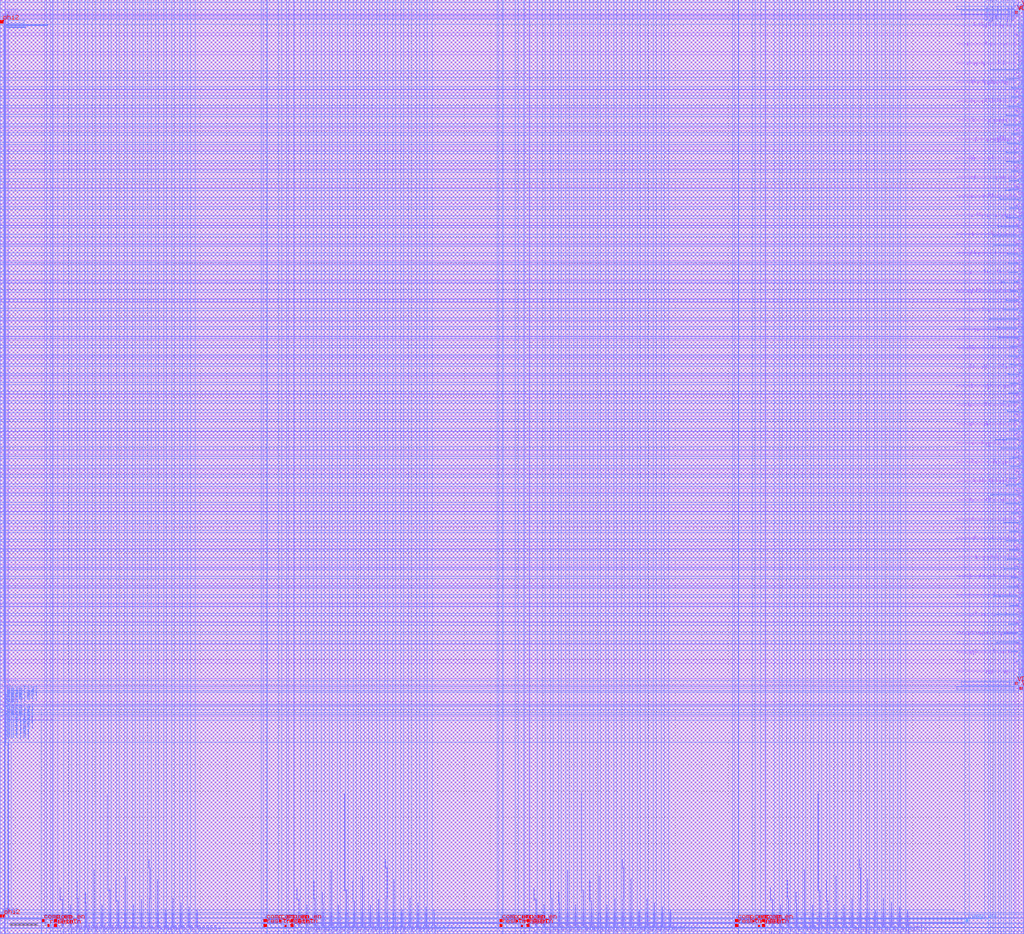
<source format=lef>
VERSION 5.7 ;
BUSBITCHARS "[]" ;
DIVIDERCHAR "/" ;

PROPERTYDEFINITIONS
  MACRO CatenaDesignType STRING ;
END PROPERTYDEFINITIONS

MACRO sram_top
  CLASS BLOCK ;
  ORIGIN -34.29 -115.89 ;
  FOREIGN sram_top 34.29 115.89 ;
  SIZE 387.8 BY 353.83 ;
  SYMMETRY X Y R90 ;
  PIN comp_en
    DIRECTION INPUT ;
    USE SIGNAL ;
    PORT
      LAYER M2 ;
        RECT 54.78 120.4 55.78 121.4 ;
      LAYER M1 ;
        RECT 54.64 120.32 55.82 121.5 ;
      LAYER V2 ;
        RECT 54.78 121.2 54.98 121.4 ;
        RECT 54.78 120.8 54.98 121 ;
        RECT 54.78 120.4 54.98 120.6 ;
        RECT 55.18 121.2 55.38 121.4 ;
        RECT 55.18 120.8 55.38 121 ;
        RECT 55.18 120.4 55.38 120.6 ;
        RECT 55.58 121.2 55.78 121.4 ;
        RECT 55.58 120.8 55.78 121 ;
        RECT 55.58 120.4 55.78 120.6 ;
      LAYER V1 ;
        RECT 54.78 121.2 54.98 121.4 ;
        RECT 54.78 120.8 54.98 121 ;
        RECT 54.78 120.4 54.98 120.6 ;
        RECT 55.18 121.2 55.38 121.4 ;
        RECT 55.18 120.8 55.38 121 ;
        RECT 55.18 120.4 55.38 120.6 ;
        RECT 55.58 121.2 55.78 121.4 ;
        RECT 55.58 120.8 55.78 121 ;
        RECT 55.58 120.4 55.78 120.6 ;
    END
    PORT
      LAYER M2 ;
        RECT 139.99 120.29 140.61 120.91 ;
      LAYER V2 ;
        RECT 139.99 120.8 140.19 121 ;
        RECT 139.99 120.4 140.19 120.6 ;
        RECT 140.39 120.8 140.59 121 ;
        RECT 140.39 120.4 140.59 120.6 ;
    END
    PORT
      LAYER M2 ;
        RECT 144.34 120.41 145.34 121.41 ;
      LAYER M1 ;
        RECT 143.95 120.32 145.13 121.5 ;
      LAYER V2 ;
        RECT 144.34 121.21 144.54 121.41 ;
        RECT 144.34 120.81 144.54 121.01 ;
        RECT 144.34 120.41 144.54 120.61 ;
        RECT 144.74 121.21 144.94 121.41 ;
        RECT 144.74 120.81 144.94 121.01 ;
        RECT 144.74 120.41 144.94 120.61 ;
        RECT 145.14 121.21 145.34 121.41 ;
        RECT 145.14 120.81 145.34 121.01 ;
        RECT 145.14 120.41 145.34 120.61 ;
      LAYER V1 ;
        RECT 144.34 121.21 144.54 121.41 ;
        RECT 144.34 120.81 144.54 121.01 ;
        RECT 144.34 120.41 144.54 120.61 ;
        RECT 144.74 121.21 144.94 121.41 ;
        RECT 144.74 120.81 144.94 121.01 ;
        RECT 144.74 120.41 144.94 120.61 ;
        RECT 145.14 121.21 145.34 121.41 ;
        RECT 145.14 120.81 145.34 121.01 ;
        RECT 145.14 120.41 145.34 120.61 ;
    END
    PORT
      LAYER M2 ;
        RECT 229.69 120.29 230.31 120.91 ;
      LAYER V2 ;
        RECT 229.69 120.8 229.89 121 ;
        RECT 229.69 120.4 229.89 120.6 ;
        RECT 230.09 120.8 230.29 121 ;
        RECT 230.09 120.4 230.29 120.6 ;
    END
    PORT
      LAYER M2 ;
        RECT 233.65 120.41 234.65 121.41 ;
      LAYER M1 ;
        RECT 233.29 120.32 234.47 121.5 ;
      LAYER V2 ;
        RECT 233.65 121.21 233.85 121.41 ;
        RECT 233.65 120.81 233.85 121.01 ;
        RECT 233.65 120.41 233.85 120.61 ;
        RECT 234.05 121.21 234.25 121.41 ;
        RECT 234.05 120.81 234.25 121.01 ;
        RECT 234.05 120.41 234.25 120.61 ;
        RECT 234.45 121.21 234.65 121.41 ;
        RECT 234.45 120.81 234.65 121.01 ;
        RECT 234.45 120.41 234.65 120.61 ;
      LAYER V1 ;
        RECT 233.65 121.21 233.85 121.41 ;
        RECT 233.65 120.81 233.85 121.01 ;
        RECT 233.65 120.41 233.85 120.61 ;
        RECT 234.05 121.21 234.25 121.41 ;
        RECT 234.05 120.81 234.25 121.01 ;
        RECT 234.05 120.41 234.25 120.61 ;
        RECT 234.45 121.21 234.65 121.41 ;
        RECT 234.45 120.81 234.65 121.01 ;
        RECT 234.45 120.41 234.65 120.61 ;
    END
    PORT
      LAYER M2 ;
        RECT 319.39 120.29 320.01 120.91 ;
      LAYER V2 ;
        RECT 319.39 120.8 319.59 121 ;
        RECT 319.39 120.4 319.59 120.6 ;
        RECT 319.79 120.8 319.99 121 ;
        RECT 319.79 120.4 319.99 120.6 ;
    END
    PORT
      LAYER M2 ;
        RECT 322.99 120.41 323.99 121.41 ;
      LAYER M1 ;
        RECT 322.62 120.32 323.8 121.5 ;
      LAYER V2 ;
        RECT 322.99 121.21 323.19 121.41 ;
        RECT 322.99 120.81 323.19 121.01 ;
        RECT 322.99 120.41 323.19 120.61 ;
        RECT 323.39 121.21 323.59 121.41 ;
        RECT 323.39 120.81 323.59 121.01 ;
        RECT 323.39 120.41 323.59 120.61 ;
        RECT 323.79 121.21 323.99 121.41 ;
        RECT 323.79 120.81 323.99 121.01 ;
        RECT 323.79 120.41 323.99 120.61 ;
      LAYER V1 ;
        RECT 322.99 121.21 323.19 121.41 ;
        RECT 322.99 120.81 323.19 121.01 ;
        RECT 322.99 120.41 323.19 120.61 ;
        RECT 323.39 121.21 323.59 121.41 ;
        RECT 323.39 120.81 323.59 121.01 ;
        RECT 323.39 120.41 323.59 120.61 ;
        RECT 323.79 121.21 323.99 121.41 ;
        RECT 323.79 120.81 323.99 121.01 ;
        RECT 323.79 120.41 323.99 120.61 ;
    END
    PORT
      LAYER M2 ;
        RECT 400.01 120.31 401.05 121.35 ;
      LAYER V1 ;
        RECT 400.04 121.24 400.24 121.44 ;
        RECT 400.04 120.84 400.24 121.04 ;
        RECT 400.04 120.44 400.24 120.64 ;
        RECT 400.44 121.24 400.64 121.44 ;
        RECT 400.44 120.84 400.64 121.04 ;
        RECT 400.44 120.44 400.64 120.64 ;
        RECT 400.84 121.24 401.04 121.44 ;
        RECT 400.84 120.84 401.04 121.04 ;
        RECT 400.84 120.44 401.04 120.64 ;
    END
    PORT
      LAYER M3 ;
        RECT 50.29 120.3 51.5 121.51 ;
      LAYER M2 ;
        RECT 50.29 120.29 50.91 120.91 ;
      LAYER V2 ;
        RECT 50.29 121.2 50.49 121.4 ;
        RECT 50.29 120.8 50.49 121 ;
        RECT 50.29 120.4 50.49 120.6 ;
        RECT 50.69 121.2 50.89 121.4 ;
        RECT 50.69 120.8 50.89 121 ;
        RECT 50.69 120.4 50.89 120.6 ;
    END
    PORT
      LAYER M3 ;
        RECT 133.58 120.32 134.76 121.5 ;
      LAYER M2 ;
        RECT 134.15 120.41 135.15 121.41 ;
      LAYER V2 ;
        RECT 134.15 121.21 134.35 121.41 ;
        RECT 134.15 120.81 134.35 121.01 ;
        RECT 134.15 120.41 134.35 120.61 ;
        RECT 134.55 121.21 134.75 121.41 ;
        RECT 134.55 120.81 134.75 121.01 ;
        RECT 134.55 120.41 134.75 120.61 ;
        RECT 134.95 121.21 135.15 121.41 ;
        RECT 134.95 120.81 135.15 121.01 ;
        RECT 134.95 120.41 135.15 120.61 ;
      LAYER V1 ;
        RECT 134.15 121.21 134.35 121.41 ;
        RECT 134.15 120.81 134.35 121.01 ;
        RECT 134.15 120.41 134.35 120.61 ;
        RECT 134.55 121.21 134.75 121.41 ;
        RECT 134.55 120.81 134.75 121.01 ;
        RECT 134.55 120.41 134.75 120.61 ;
        RECT 134.95 121.21 135.15 121.41 ;
        RECT 134.95 120.81 135.15 121.01 ;
        RECT 134.95 120.41 135.15 120.61 ;
    END
    PORT
      LAYER M3 ;
        RECT 222.89 120.32 224.07 121.5 ;
      LAYER M2 ;
        RECT 223.46 120.41 224.46 121.41 ;
      LAYER V2 ;
        RECT 223.46 121.21 223.66 121.41 ;
        RECT 223.46 120.81 223.66 121.01 ;
        RECT 223.46 120.41 223.66 120.61 ;
        RECT 223.86 121.21 224.06 121.41 ;
        RECT 223.86 120.81 224.06 121.01 ;
        RECT 223.86 120.41 224.06 120.61 ;
        RECT 224.26 121.21 224.46 121.41 ;
        RECT 224.26 120.81 224.46 121.01 ;
        RECT 224.26 120.41 224.46 120.61 ;
      LAYER V1 ;
        RECT 223.46 121.21 223.66 121.41 ;
        RECT 223.46 120.81 223.66 121.01 ;
        RECT 223.46 120.41 223.66 120.61 ;
        RECT 223.86 121.21 224.06 121.41 ;
        RECT 223.86 120.81 224.06 121.01 ;
        RECT 223.86 120.41 224.06 120.61 ;
        RECT 224.26 121.21 224.46 121.41 ;
        RECT 224.26 120.81 224.46 121.01 ;
        RECT 224.26 120.41 224.46 120.61 ;
    END
    PORT
      LAYER M3 ;
        RECT 312.23 120.32 313.41 121.5 ;
      LAYER M2 ;
        RECT 312.8 120.41 313.8 121.41 ;
      LAYER V2 ;
        RECT 312.8 121.21 313 121.41 ;
        RECT 312.8 120.81 313 121.01 ;
        RECT 312.8 120.41 313 120.61 ;
        RECT 313.2 121.21 313.4 121.41 ;
        RECT 313.2 120.81 313.4 121.01 ;
        RECT 313.2 120.41 313.4 120.61 ;
        RECT 313.6 121.21 313.8 121.41 ;
        RECT 313.6 120.81 313.8 121.01 ;
        RECT 313.6 120.41 313.8 120.61 ;
      LAYER V1 ;
        RECT 312.8 121.21 313 121.41 ;
        RECT 312.8 120.81 313 121.01 ;
        RECT 312.8 120.41 313 120.61 ;
        RECT 313.2 121.21 313.4 121.41 ;
        RECT 313.2 120.81 313.4 121.01 ;
        RECT 313.2 120.41 313.4 120.61 ;
        RECT 313.6 121.21 313.8 121.41 ;
        RECT 313.6 120.81 313.8 121.01 ;
        RECT 313.6 120.41 313.8 120.61 ;
    END
  END comp_en
  PIN resetn
    DIRECTION INPUT ;
    USE SIGNAL ;
    PORT
      LAYER M2 ;
        RECT 54.78 118.56 55.78 119.56 ;
      LAYER M1 ;
        RECT 54.64 118.48 55.82 119.66 ;
      LAYER V2 ;
        RECT 54.78 119.36 54.98 119.56 ;
        RECT 54.78 118.96 54.98 119.16 ;
        RECT 54.78 118.56 54.98 118.76 ;
        RECT 55.18 119.36 55.38 119.56 ;
        RECT 55.18 118.96 55.38 119.16 ;
        RECT 55.18 118.56 55.38 118.76 ;
        RECT 55.58 119.36 55.78 119.56 ;
        RECT 55.58 118.96 55.78 119.16 ;
        RECT 55.58 118.56 55.78 118.76 ;
      LAYER V1 ;
        RECT 54.78 119.36 54.98 119.56 ;
        RECT 54.78 118.96 54.98 119.16 ;
        RECT 54.78 118.56 54.98 118.76 ;
        RECT 55.18 119.36 55.38 119.56 ;
        RECT 55.18 118.96 55.38 119.16 ;
        RECT 55.18 118.56 55.38 118.76 ;
        RECT 55.58 119.36 55.78 119.56 ;
        RECT 55.58 118.96 55.78 119.16 ;
        RECT 55.58 118.56 55.78 118.76 ;
    END
    PORT
      LAYER M2 ;
        RECT 141.99 118.46 142.61 119.08 ;
      LAYER V2 ;
        RECT 142.01 118.96 142.21 119.16 ;
        RECT 142.01 118.56 142.21 118.76 ;
        RECT 142.41 118.96 142.61 119.16 ;
        RECT 142.41 118.56 142.61 118.76 ;
    END
    PORT
      LAYER M2 ;
        RECT 144.34 118.57 145.34 119.57 ;
      LAYER M1 ;
        RECT 143.95 118.48 145.13 119.66 ;
      LAYER V2 ;
        RECT 144.34 119.37 144.54 119.57 ;
        RECT 144.34 118.97 144.54 119.17 ;
        RECT 144.34 118.57 144.54 118.77 ;
        RECT 144.74 119.37 144.94 119.57 ;
        RECT 144.74 118.97 144.94 119.17 ;
        RECT 144.74 118.57 144.94 118.77 ;
        RECT 145.14 119.37 145.34 119.57 ;
        RECT 145.14 118.97 145.34 119.17 ;
        RECT 145.14 118.57 145.34 118.77 ;
      LAYER V1 ;
        RECT 144.34 119.37 144.54 119.57 ;
        RECT 144.34 118.97 144.54 119.17 ;
        RECT 144.34 118.57 144.54 118.77 ;
        RECT 144.74 119.37 144.94 119.57 ;
        RECT 144.74 118.97 144.94 119.17 ;
        RECT 144.74 118.57 144.94 118.77 ;
        RECT 145.14 119.37 145.34 119.57 ;
        RECT 145.14 118.97 145.34 119.17 ;
        RECT 145.14 118.57 145.34 118.77 ;
    END
    PORT
      LAYER M2 ;
        RECT 231.69 118.46 232.31 119.08 ;
      LAYER V2 ;
        RECT 231.71 118.96 231.91 119.16 ;
        RECT 231.71 118.56 231.91 118.76 ;
        RECT 232.11 118.96 232.31 119.16 ;
        RECT 232.11 118.56 232.31 118.76 ;
    END
    PORT
      LAYER M2 ;
        RECT 233.65 118.57 234.65 119.57 ;
      LAYER M1 ;
        RECT 233.29 118.48 234.47 119.66 ;
      LAYER V2 ;
        RECT 233.65 119.37 233.85 119.57 ;
        RECT 233.65 118.97 233.85 119.17 ;
        RECT 233.65 118.57 233.85 118.77 ;
        RECT 234.05 119.37 234.25 119.57 ;
        RECT 234.05 118.97 234.25 119.17 ;
        RECT 234.05 118.57 234.25 118.77 ;
        RECT 234.45 119.37 234.65 119.57 ;
        RECT 234.45 118.97 234.65 119.17 ;
        RECT 234.45 118.57 234.65 118.77 ;
      LAYER V1 ;
        RECT 233.65 119.37 233.85 119.57 ;
        RECT 233.65 118.97 233.85 119.17 ;
        RECT 233.65 118.57 233.85 118.77 ;
        RECT 234.05 119.37 234.25 119.57 ;
        RECT 234.05 118.97 234.25 119.17 ;
        RECT 234.05 118.57 234.25 118.77 ;
        RECT 234.45 119.37 234.65 119.57 ;
        RECT 234.45 118.97 234.65 119.17 ;
        RECT 234.45 118.57 234.65 118.77 ;
    END
    PORT
      LAYER M2 ;
        RECT 321.39 118.46 322.01 119.08 ;
      LAYER V2 ;
        RECT 321.41 118.96 321.61 119.16 ;
        RECT 321.41 118.56 321.61 118.76 ;
        RECT 321.81 118.96 322.01 119.16 ;
        RECT 321.81 118.56 322.01 118.76 ;
    END
    PORT
      LAYER M2 ;
        RECT 322.99 118.57 323.99 119.57 ;
      LAYER M1 ;
        RECT 322.62 118.48 323.8 119.66 ;
      LAYER V2 ;
        RECT 322.99 119.37 323.19 119.57 ;
        RECT 322.99 118.97 323.19 119.17 ;
        RECT 322.99 118.57 323.19 118.77 ;
        RECT 323.39 119.37 323.59 119.57 ;
        RECT 323.39 118.97 323.59 119.17 ;
        RECT 323.39 118.57 323.59 118.77 ;
        RECT 323.79 119.37 323.99 119.57 ;
        RECT 323.79 118.97 323.99 119.17 ;
        RECT 323.79 118.57 323.99 118.77 ;
      LAYER V1 ;
        RECT 322.99 119.37 323.19 119.57 ;
        RECT 322.99 118.97 323.19 119.17 ;
        RECT 322.99 118.57 323.19 118.77 ;
        RECT 323.39 119.37 323.59 119.57 ;
        RECT 323.39 118.97 323.59 119.17 ;
        RECT 323.39 118.57 323.59 118.77 ;
        RECT 323.79 119.37 323.99 119.57 ;
        RECT 323.79 118.97 323.99 119.17 ;
        RECT 323.79 118.57 323.99 118.77 ;
    END
    PORT
      LAYER M3 ;
        RECT 52.29 118.46 53.5 119.67 ;
      LAYER M2 ;
        RECT 52.29 118.46 52.91 119.08 ;
      LAYER V2 ;
        RECT 52.31 119.36 52.51 119.56 ;
        RECT 52.31 118.96 52.51 119.16 ;
        RECT 52.31 118.56 52.51 118.76 ;
        RECT 52.71 119.36 52.91 119.56 ;
        RECT 52.71 118.96 52.91 119.16 ;
        RECT 52.71 118.56 52.91 118.76 ;
    END
    PORT
      LAYER M3 ;
        RECT 133.58 118.48 134.76 119.66 ;
      LAYER M2 ;
        RECT 134.15 118.57 135.15 119.57 ;
      LAYER V2 ;
        RECT 134.15 119.37 134.35 119.57 ;
        RECT 134.15 118.97 134.35 119.17 ;
        RECT 134.15 118.57 134.35 118.77 ;
        RECT 134.55 119.37 134.75 119.57 ;
        RECT 134.55 118.97 134.75 119.17 ;
        RECT 134.55 118.57 134.75 118.77 ;
        RECT 134.95 119.37 135.15 119.57 ;
        RECT 134.95 118.97 135.15 119.17 ;
        RECT 134.95 118.57 135.15 118.77 ;
      LAYER V1 ;
        RECT 134.15 119.37 134.35 119.57 ;
        RECT 134.15 118.97 134.35 119.17 ;
        RECT 134.15 118.57 134.35 118.77 ;
        RECT 134.55 119.37 134.75 119.57 ;
        RECT 134.55 118.97 134.75 119.17 ;
        RECT 134.55 118.57 134.75 118.77 ;
        RECT 134.95 119.37 135.15 119.57 ;
        RECT 134.95 118.97 135.15 119.17 ;
        RECT 134.95 118.57 135.15 118.77 ;
    END
    PORT
      LAYER M3 ;
        RECT 222.89 118.48 224.07 119.66 ;
      LAYER M2 ;
        RECT 223.46 118.57 224.46 119.57 ;
      LAYER V2 ;
        RECT 223.46 119.37 223.66 119.57 ;
        RECT 223.46 118.97 223.66 119.17 ;
        RECT 223.46 118.57 223.66 118.77 ;
        RECT 223.86 119.37 224.06 119.57 ;
        RECT 223.86 118.97 224.06 119.17 ;
        RECT 223.86 118.57 224.06 118.77 ;
        RECT 224.26 119.37 224.46 119.57 ;
        RECT 224.26 118.97 224.46 119.17 ;
        RECT 224.26 118.57 224.46 118.77 ;
      LAYER V1 ;
        RECT 223.46 119.37 223.66 119.57 ;
        RECT 223.46 118.97 223.66 119.17 ;
        RECT 223.46 118.57 223.66 118.77 ;
        RECT 223.86 119.37 224.06 119.57 ;
        RECT 223.86 118.97 224.06 119.17 ;
        RECT 223.86 118.57 224.06 118.77 ;
        RECT 224.26 119.37 224.46 119.57 ;
        RECT 224.26 118.97 224.46 119.17 ;
        RECT 224.26 118.57 224.46 118.77 ;
    END
    PORT
      LAYER M3 ;
        RECT 312.23 118.48 313.41 119.66 ;
      LAYER M2 ;
        RECT 312.8 118.57 313.8 119.57 ;
      LAYER V2 ;
        RECT 312.8 119.37 313 119.57 ;
        RECT 312.8 118.97 313 119.17 ;
        RECT 312.8 118.57 313 118.77 ;
        RECT 313.2 119.37 313.4 119.57 ;
        RECT 313.2 118.97 313.4 119.17 ;
        RECT 313.2 118.57 313.4 118.77 ;
        RECT 313.6 119.37 313.8 119.57 ;
        RECT 313.6 118.97 313.8 119.17 ;
        RECT 313.6 118.57 313.8 118.77 ;
      LAYER V1 ;
        RECT 312.8 119.37 313 119.57 ;
        RECT 312.8 118.97 313 119.17 ;
        RECT 312.8 118.57 313 118.77 ;
        RECT 313.2 119.37 313.4 119.57 ;
        RECT 313.2 118.97 313.4 119.17 ;
        RECT 313.2 118.57 313.4 118.77 ;
        RECT 313.6 119.37 313.8 119.57 ;
        RECT 313.6 118.97 313.8 119.17 ;
        RECT 313.6 118.57 313.8 118.77 ;
    END
  END resetn
  PIN addr[0]
    DIRECTION INPUT ;
    USE SIGNAL ;
    PORT
      LAYER M2 ;
        RECT 417.57 469.1 418.19 469.72 ;
    END
  END addr[0]
  PIN addr[1]
    DIRECTION INPUT ;
    USE SIGNAL ;
    PORT
      LAYER M2 ;
        RECT 415.57 469.1 416.19 469.72 ;
    END
  END addr[1]
  PIN addr[2]
    DIRECTION INPUT ;
    USE SIGNAL ;
    PORT
      LAYER M2 ;
        RECT 413.57 469.1 414.19 469.72 ;
    END
  END addr[2]
  PIN addr[3]
    DIRECTION INPUT ;
    USE SIGNAL ;
    PORT
      LAYER M2 ;
        RECT 411.57 469.1 412.19 469.72 ;
    END
  END addr[3]
  PIN addr[4]
    DIRECTION INPUT ;
    USE SIGNAL ;
    PORT
      LAYER M2 ;
        RECT 409.57 469.1 410.19 469.72 ;
    END
  END addr[4]
  PIN addr[5]
    DIRECTION INPUT ;
    USE SIGNAL ;
    PORT
      LAYER M2 ;
        RECT 407.57 469.1 408.19 469.72 ;
    END
  END addr[5]
  PIN sum[0]
    DIRECTION INPUT ;
    USE SIGNAL ;
    PORT
      LAYER M2 ;
        RECT 377.63 115.89 378.23 116.49 ;
    END
  END sum[0]
  PIN sum[10]
    DIRECTION INPUT ;
    USE SIGNAL ;
    PORT
      LAYER M2 ;
        RECT 347.65 115.89 348.25 116.49 ;
    END
  END sum[10]
  PIN sum[11]
    DIRECTION INPUT ;
    USE SIGNAL ;
    PORT
      LAYER M2 ;
        RECT 344.63 115.89 345.23 116.49 ;
    END
  END sum[11]
  PIN sum[12]
    DIRECTION INPUT ;
    USE SIGNAL ;
    PORT
      LAYER M2 ;
        RECT 341.63 115.89 342.23 116.49 ;
    END
  END sum[12]
  PIN sum[13]
    DIRECTION INPUT ;
    USE SIGNAL ;
    PORT
      LAYER M2 ;
        RECT 338.61 115.89 339.21 116.49 ;
    END
  END sum[13]
  PIN sum[14]
    DIRECTION INPUT ;
    USE SIGNAL ;
    PORT
      LAYER M2 ;
        RECT 335.62 115.89 336.22 116.49 ;
    END
  END sum[14]
  PIN sum[15]
    DIRECTION INPUT ;
    USE SIGNAL ;
    PORT
      LAYER M2 ;
        RECT 332.6 115.89 333.2 116.49 ;
    END
  END sum[15]
  PIN sum[16]
    DIRECTION INPUT ;
    USE SIGNAL ;
    PORT
      LAYER M2 ;
        RECT 329.64 115.89 330.24 116.49 ;
    END
  END sum[16]
  PIN sum[17]
    DIRECTION INPUT ;
    USE SIGNAL ;
    PORT
      LAYER M2 ;
        RECT 326.62 115.89 327.22 116.49 ;
    END
  END sum[17]
  PIN sum[18]
    DIRECTION INPUT ;
    USE SIGNAL ;
    PORT
      LAYER M2 ;
        RECT 287.92 115.89 288.52 116.49 ;
    END
  END sum[18]
  PIN sum[19]
    DIRECTION INPUT ;
    USE SIGNAL ;
    PORT
      LAYER M2 ;
        RECT 284.9 115.89 285.5 116.49 ;
    END
  END sum[19]
  PIN sum[1]
    DIRECTION INPUT ;
    USE SIGNAL ;
    PORT
      LAYER M2 ;
        RECT 374.61 115.89 375.21 116.49 ;
    END
  END sum[1]
  PIN sum[20]
    DIRECTION INPUT ;
    USE SIGNAL ;
    PORT
      LAYER M2 ;
        RECT 281.91 115.89 282.51 116.49 ;
    END
  END sum[20]
  PIN sum[21]
    DIRECTION INPUT ;
    USE SIGNAL ;
    PORT
      LAYER M2 ;
        RECT 278.89 115.89 279.49 116.49 ;
    END
  END sum[21]
  PIN sum[22]
    DIRECTION INPUT ;
    USE SIGNAL ;
    PORT
      LAYER M2 ;
        RECT 275.93 115.89 276.53 116.49 ;
    END
  END sum[22]
  PIN sum[23]
    DIRECTION INPUT ;
    USE SIGNAL ;
    PORT
      LAYER M2 ;
        RECT 272.91 115.89 273.51 116.49 ;
    END
  END sum[23]
  PIN sum[24]
    DIRECTION INPUT ;
    USE SIGNAL ;
    PORT
      LAYER M2 ;
        RECT 269.93 115.89 270.53 116.49 ;
    END
  END sum[24]
  PIN sum[25]
    DIRECTION INPUT ;
    USE SIGNAL ;
    PORT
      LAYER M2 ;
        RECT 266.91 115.89 267.51 116.49 ;
    END
  END sum[25]
  PIN sum[26]
    DIRECTION INPUT ;
    USE SIGNAL ;
    PORT
      LAYER M2 ;
        RECT 263.92 115.89 264.52 116.49 ;
    END
  END sum[26]
  PIN sum[27]
    DIRECTION INPUT ;
    USE SIGNAL ;
    PORT
      LAYER M2 ;
        RECT 260.9 115.89 261.5 116.49 ;
    END
  END sum[27]
  PIN sum[28]
    DIRECTION INPUT ;
    USE SIGNAL ;
    PORT
      LAYER M2 ;
        RECT 257.94 115.89 258.54 116.49 ;
    END
  END sum[28]
  PIN sum[29]
    DIRECTION INPUT ;
    USE SIGNAL ;
    PORT
      LAYER M2 ;
        RECT 254.92 115.89 255.52 116.49 ;
    END
  END sum[29]
  PIN sum[2]
    DIRECTION INPUT ;
    USE SIGNAL ;
    PORT
      LAYER M2 ;
        RECT 371.62 115.89 372.22 116.49 ;
    END
  END sum[2]
  PIN sum[30]
    DIRECTION INPUT ;
    USE SIGNAL ;
    PORT
      LAYER M2 ;
        RECT 251.92 115.89 252.52 116.49 ;
    END
  END sum[30]
  PIN sum[31]
    DIRECTION INPUT ;
    USE SIGNAL ;
    PORT
      LAYER M2 ;
        RECT 248.9 115.89 249.5 116.49 ;
    END
  END sum[31]
  PIN sum[32]
    DIRECTION INPUT ;
    USE SIGNAL ;
    PORT
      LAYER M2 ;
        RECT 245.91 115.89 246.51 116.49 ;
    END
  END sum[32]
  PIN sum[33]
    DIRECTION INPUT ;
    USE SIGNAL ;
    PORT
      LAYER M2 ;
        RECT 242.89 115.89 243.49 116.49 ;
    END
  END sum[33]
  PIN sum[34]
    DIRECTION INPUT ;
    USE SIGNAL ;
    PORT
      LAYER M2 ;
        RECT 239.93 115.89 240.53 116.49 ;
    END
  END sum[34]
  PIN sum[35]
    DIRECTION INPUT ;
    USE SIGNAL ;
    PORT
      LAYER M2 ;
        RECT 236.91 115.89 237.51 116.49 ;
    END
  END sum[35]
  PIN sum[36]
    DIRECTION INPUT ;
    USE SIGNAL ;
    PORT
      LAYER M2 ;
        RECT 198.24 115.89 198.84 116.49 ;
    END
  END sum[36]
  PIN sum[37]
    DIRECTION INPUT ;
    USE SIGNAL ;
    PORT
      LAYER M2 ;
        RECT 195.22 115.89 195.82 116.49 ;
    END
  END sum[37]
  PIN sum[38]
    DIRECTION INPUT ;
    USE SIGNAL ;
    PORT
      LAYER M2 ;
        RECT 192.23 115.89 192.83 116.49 ;
    END
  END sum[38]
  PIN sum[39]
    DIRECTION INPUT ;
    USE SIGNAL ;
    PORT
      LAYER M2 ;
        RECT 189.21 115.89 189.81 116.49 ;
    END
  END sum[39]
  PIN sum[3]
    DIRECTION INPUT ;
    USE SIGNAL ;
    PORT
      LAYER M2 ;
        RECT 368.6 115.89 369.2 116.49 ;
    END
  END sum[3]
  PIN sum[40]
    DIRECTION INPUT ;
    USE SIGNAL ;
    PORT
      LAYER M2 ;
        RECT 186.25 115.89 186.85 116.49 ;
    END
  END sum[40]
  PIN sum[41]
    DIRECTION INPUT ;
    USE SIGNAL ;
    PORT
      LAYER M2 ;
        RECT 183.23 115.89 183.83 116.49 ;
    END
  END sum[41]
  PIN sum[42]
    DIRECTION INPUT ;
    USE SIGNAL ;
    PORT
      LAYER M2 ;
        RECT 180.25 115.89 180.85 116.49 ;
    END
  END sum[42]
  PIN sum[43]
    DIRECTION INPUT ;
    USE SIGNAL ;
    PORT
      LAYER M2 ;
        RECT 177.23 115.89 177.83 116.49 ;
    END
  END sum[43]
  PIN sum[44]
    DIRECTION INPUT ;
    USE SIGNAL ;
    PORT
      LAYER M2 ;
        RECT 174.24 115.89 174.84 116.49 ;
    END
  END sum[44]
  PIN sum[45]
    DIRECTION INPUT ;
    USE SIGNAL ;
    PORT
      LAYER M2 ;
        RECT 171.22 115.89 171.82 116.49 ;
    END
  END sum[45]
  PIN sum[46]
    DIRECTION INPUT ;
    USE SIGNAL ;
    PORT
      LAYER M2 ;
        RECT 168.26 115.89 168.86 116.49 ;
    END
  END sum[46]
  PIN sum[47]
    DIRECTION INPUT ;
    USE SIGNAL ;
    PORT
      LAYER M2 ;
        RECT 165.24 115.89 165.84 116.49 ;
    END
  END sum[47]
  PIN sum[48]
    DIRECTION INPUT ;
    USE SIGNAL ;
    PORT
      LAYER M2 ;
        RECT 162.24 115.89 162.84 116.49 ;
    END
  END sum[48]
  PIN sum[49]
    DIRECTION INPUT ;
    USE SIGNAL ;
    PORT
      LAYER M2 ;
        RECT 159.22 115.89 159.82 116.49 ;
    END
  END sum[49]
  PIN sum[4]
    DIRECTION INPUT ;
    USE SIGNAL ;
    PORT
      LAYER M2 ;
        RECT 365.64 115.89 366.24 116.49 ;
    END
  END sum[4]
  PIN sum[50]
    DIRECTION INPUT ;
    USE SIGNAL ;
    PORT
      LAYER M2 ;
        RECT 156.23 115.89 156.83 116.49 ;
    END
  END sum[50]
  PIN sum[51]
    DIRECTION INPUT ;
    USE SIGNAL ;
    PORT
      LAYER M2 ;
        RECT 153.21 115.89 153.81 116.49 ;
    END
  END sum[51]
  PIN sum[52]
    DIRECTION INPUT ;
    USE SIGNAL ;
    PORT
      LAYER M2 ;
        RECT 150.25 115.89 150.85 116.49 ;
    END
  END sum[52]
  PIN sum[53]
    DIRECTION INPUT ;
    USE SIGNAL ;
    PORT
      LAYER M2 ;
        RECT 147.23 115.89 147.83 116.49 ;
    END
  END sum[53]
  PIN sum[54]
    DIRECTION INPUT ;
    USE SIGNAL ;
    PORT
      LAYER M2 ;
        RECT 108.52 115.89 109.12 116.49 ;
    END
  END sum[54]
  PIN sum[55]
    DIRECTION INPUT ;
    USE SIGNAL ;
    PORT
      LAYER M2 ;
        RECT 105.5 115.89 106.1 116.49 ;
    END
  END sum[55]
  PIN sum[56]
    DIRECTION INPUT ;
    USE SIGNAL ;
    PORT
      LAYER M2 ;
        RECT 102.51 115.89 103.11 116.49 ;
    END
  END sum[56]
  PIN sum[57]
    DIRECTION INPUT ;
    USE SIGNAL ;
    PORT
      LAYER M2 ;
        RECT 99.49 115.89 100.09 116.49 ;
    END
  END sum[57]
  PIN sum[58]
    DIRECTION INPUT ;
    USE SIGNAL ;
    PORT
      LAYER M2 ;
        RECT 96.53 115.89 97.13 116.49 ;
    END
  END sum[58]
  PIN sum[59]
    DIRECTION INPUT ;
    USE SIGNAL ;
    PORT
      LAYER M2 ;
        RECT 93.51 115.89 94.11 116.49 ;
    END
  END sum[59]
  PIN sum[5]
    DIRECTION INPUT ;
    USE SIGNAL ;
    PORT
      LAYER M2 ;
        RECT 362.62 115.89 363.22 116.49 ;
    END
  END sum[5]
  PIN sum[60]
    DIRECTION INPUT ;
    USE SIGNAL ;
    PORT
      LAYER M2 ;
        RECT 90.53 115.89 91.13 116.49 ;
    END
  END sum[60]
  PIN sum[61]
    DIRECTION INPUT ;
    USE SIGNAL ;
    PORT
      LAYER M2 ;
        RECT 87.51 115.89 88.11 116.49 ;
    END
  END sum[61]
  PIN sum[62]
    DIRECTION INPUT ;
    USE SIGNAL ;
    PORT
      LAYER M2 ;
        RECT 84.52 115.89 85.12 116.49 ;
    END
  END sum[62]
  PIN sum[63]
    DIRECTION INPUT ;
    USE SIGNAL ;
    PORT
      LAYER M2 ;
        RECT 81.5 115.89 82.1 116.49 ;
    END
  END sum[63]
  PIN sum[64]
    DIRECTION INPUT ;
    USE SIGNAL ;
    PORT
      LAYER M2 ;
        RECT 78.54 115.89 79.14 116.49 ;
    END
  END sum[64]
  PIN sum[65]
    DIRECTION INPUT ;
    USE SIGNAL ;
    PORT
      LAYER M2 ;
        RECT 75.52 115.89 76.12 116.49 ;
    END
  END sum[65]
  PIN sum[66]
    DIRECTION INPUT ;
    USE SIGNAL ;
    PORT
      LAYER M2 ;
        RECT 72.52 115.89 73.12 116.49 ;
    END
  END sum[66]
  PIN sum[67]
    DIRECTION INPUT ;
    USE SIGNAL ;
    PORT
      LAYER M2 ;
        RECT 69.5 115.89 70.1 116.49 ;
    END
  END sum[67]
  PIN sum[68]
    DIRECTION INPUT ;
    USE SIGNAL ;
    PORT
      LAYER M2 ;
        RECT 66.51 115.89 67.11 116.49 ;
    END
  END sum[68]
  PIN sum[69]
    DIRECTION INPUT ;
    USE SIGNAL ;
    PORT
      LAYER M2 ;
        RECT 63.49 115.89 64.09 116.49 ;
    END
  END sum[69]
  PIN sum[6]
    DIRECTION INPUT ;
    USE SIGNAL ;
    PORT
      LAYER M2 ;
        RECT 359.64 115.89 360.24 116.49 ;
    END
  END sum[6]
  PIN sum[70]
    DIRECTION INPUT ;
    USE SIGNAL ;
    PORT
      LAYER M2 ;
        RECT 60.53 115.89 61.13 116.49 ;
    END
  END sum[70]
  PIN sum[71]
    DIRECTION INPUT ;
    USE SIGNAL ;
    PORT
      LAYER M2 ;
        RECT 57.51 115.89 58.11 116.49 ;
    END
  END sum[71]
  PIN sum[7]
    DIRECTION INPUT ;
    USE SIGNAL ;
    PORT
      LAYER M2 ;
        RECT 356.62 115.89 357.22 116.49 ;
    END
  END sum[7]
  PIN sum[8]
    DIRECTION INPUT ;
    USE SIGNAL ;
    PORT
      LAYER M2 ;
        RECT 353.63 115.89 354.23 116.49 ;
    END
  END sum[8]
  PIN sum[9]
    DIRECTION INPUT ;
    USE SIGNAL ;
    PORT
      LAYER M2 ;
        RECT 350.61 115.89 351.21 116.49 ;
    END
  END sum[9]
  PIN VDD
    DIRECTION INOUT ;
    USE POWER ;
    PORT
      LAYER M1 ;
        RECT 36.33 463.14 36.87 463.7 ;
    END
    PORT
      LAYER M1 ;
        RECT 36.33 209.34 36.87 209.9 ;
    END
    PORT
      LAYER M1 ;
        RECT 36.33 202.84 36.87 203.4 ;
    END
    PORT
      LAYER M1 ;
        RECT 36.33 197.37 36.87 197.93 ;
    END
    PORT
      LAYER M1 ;
        RECT 419.25 463.57 419.79 464.13 ;
      LAYER V1 ;
        RECT 419.39 463.75 419.59 463.95 ;
    END
    PORT
      LAYER M1 ;
        RECT 419.25 456.37 419.79 456.93 ;
      LAYER V1 ;
        RECT 419.39 456.55 419.59 456.75 ;
    END
    PORT
      LAYER M1 ;
        RECT 419.25 449.17 419.79 449.73 ;
      LAYER V1 ;
        RECT 419.39 449.35 419.59 449.55 ;
    END
    PORT
      LAYER M1 ;
        RECT 419.25 441.97 419.79 442.53 ;
      LAYER V1 ;
        RECT 419.39 442.15 419.59 442.35 ;
    END
    PORT
      LAYER M1 ;
        RECT 419.25 434.77 419.79 435.33 ;
      LAYER V1 ;
        RECT 419.39 434.95 419.59 435.15 ;
    END
    PORT
      LAYER M1 ;
        RECT 419.25 427.57 419.79 428.13 ;
      LAYER V1 ;
        RECT 419.39 427.75 419.59 427.95 ;
    END
    PORT
      LAYER M1 ;
        RECT 419.25 420.37 419.79 420.93 ;
      LAYER V1 ;
        RECT 419.39 420.55 419.59 420.75 ;
    END
    PORT
      LAYER M1 ;
        RECT 419.25 413.17 419.79 413.73 ;
      LAYER V1 ;
        RECT 419.39 413.35 419.59 413.55 ;
    END
    PORT
      LAYER M1 ;
        RECT 419.25 405.97 419.79 406.53 ;
      LAYER V1 ;
        RECT 419.39 406.15 419.59 406.35 ;
    END
    PORT
      LAYER M1 ;
        RECT 419.25 398.77 419.79 399.33 ;
      LAYER V1 ;
        RECT 419.39 398.95 419.59 399.15 ;
    END
    PORT
      LAYER M1 ;
        RECT 419.25 391.57 419.79 392.13 ;
      LAYER V1 ;
        RECT 419.39 391.75 419.59 391.95 ;
    END
    PORT
      LAYER M1 ;
        RECT 419.25 384.37 419.79 384.93 ;
      LAYER V1 ;
        RECT 419.39 384.55 419.59 384.75 ;
    END
    PORT
      LAYER M1 ;
        RECT 419.25 377.17 419.79 377.73 ;
      LAYER V1 ;
        RECT 419.39 377.35 419.59 377.55 ;
    END
    PORT
      LAYER M1 ;
        RECT 419.25 369.97 419.79 370.53 ;
      LAYER V1 ;
        RECT 419.39 370.15 419.59 370.35 ;
    END
    PORT
      LAYER M1 ;
        RECT 419.25 362.77 419.79 363.33 ;
      LAYER V1 ;
        RECT 419.39 362.95 419.59 363.15 ;
    END
    PORT
      LAYER M1 ;
        RECT 419.25 355.57 419.79 356.13 ;
      LAYER V1 ;
        RECT 419.39 355.75 419.59 355.95 ;
    END
    PORT
      LAYER M1 ;
        RECT 419.25 348.37 419.79 348.93 ;
      LAYER V1 ;
        RECT 419.39 348.55 419.59 348.75 ;
    END
    PORT
      LAYER M1 ;
        RECT 419.25 341.17 419.79 341.73 ;
      LAYER V1 ;
        RECT 419.39 341.35 419.59 341.55 ;
    END
    PORT
      LAYER M1 ;
        RECT 419.25 333.97 419.79 334.53 ;
      LAYER V1 ;
        RECT 419.39 334.15 419.59 334.35 ;
    END
    PORT
      LAYER M1 ;
        RECT 419.25 326.77 419.79 327.33 ;
      LAYER V1 ;
        RECT 419.39 326.95 419.59 327.15 ;
    END
    PORT
      LAYER M1 ;
        RECT 419.25 319.57 419.79 320.13 ;
      LAYER V1 ;
        RECT 419.39 319.75 419.59 319.95 ;
    END
    PORT
      LAYER M1 ;
        RECT 419.25 312.37 419.79 312.93 ;
      LAYER V1 ;
        RECT 419.39 312.55 419.59 312.75 ;
    END
    PORT
      LAYER M1 ;
        RECT 419.25 305.17 419.79 305.73 ;
      LAYER V1 ;
        RECT 419.39 305.35 419.59 305.55 ;
    END
    PORT
      LAYER M1 ;
        RECT 419.25 297.97 419.79 298.53 ;
      LAYER V1 ;
        RECT 419.39 298.15 419.59 298.35 ;
    END
    PORT
      LAYER M1 ;
        RECT 419.25 290.77 419.79 291.33 ;
      LAYER V1 ;
        RECT 419.39 290.95 419.59 291.15 ;
    END
    PORT
      LAYER M1 ;
        RECT 419.25 283.57 419.79 284.13 ;
      LAYER V1 ;
        RECT 419.39 283.75 419.59 283.95 ;
    END
    PORT
      LAYER M1 ;
        RECT 419.25 276.37 419.79 276.93 ;
      LAYER V1 ;
        RECT 419.39 276.55 419.59 276.75 ;
    END
    PORT
      LAYER M1 ;
        RECT 419.25 269.17 419.79 269.73 ;
      LAYER V1 ;
        RECT 419.39 269.35 419.59 269.55 ;
    END
    PORT
      LAYER M1 ;
        RECT 419.25 261.97 419.79 262.53 ;
      LAYER V1 ;
        RECT 419.39 262.15 419.59 262.35 ;
    END
    PORT
      LAYER M1 ;
        RECT 419.25 254.77 419.79 255.33 ;
      LAYER V1 ;
        RECT 419.39 254.95 419.59 255.15 ;
    END
    PORT
      LAYER M1 ;
        RECT 419.25 247.57 419.79 248.13 ;
      LAYER V1 ;
        RECT 419.39 247.75 419.59 247.95 ;
    END
    PORT
      LAYER M1 ;
        RECT 419.25 240.37 419.79 240.93 ;
      LAYER V1 ;
        RECT 419.39 240.55 419.59 240.75 ;
    END
    PORT
      LAYER M1 ;
        RECT 419.25 233.17 419.79 233.73 ;
      LAYER V1 ;
        RECT 419.39 233.35 419.59 233.55 ;
    END
    PORT
      LAYER M1 ;
        RECT 419.25 225.97 419.79 226.53 ;
      LAYER V1 ;
        RECT 419.39 226.15 419.59 226.35 ;
    END
    PORT
      LAYER M1 ;
        RECT 419.25 218.77 419.79 219.33 ;
      LAYER V1 ;
        RECT 419.39 218.95 419.59 219.15 ;
    END
    PORT
      LAYER M1 ;
        RECT 419.25 211.57 419.79 212.13 ;
      LAYER V1 ;
        RECT 419.39 211.75 419.59 211.95 ;
    END
    PORT
      LAYER M3 ;
        RECT 418.61 464.35 419.79 465.55 ;
      LAYER V2 ;
        RECT 418.79 465.15 418.99 465.35 ;
        RECT 418.79 464.55 418.99 464.75 ;
        RECT 419.39 465.15 419.59 465.35 ;
        RECT 419.39 464.55 419.59 464.75 ;
    END
    PORT
      LAYER M3 ;
        RECT 418.61 210.15 419.79 211.35 ;
      LAYER V2 ;
        RECT 418.79 210.95 418.99 211.15 ;
        RECT 418.79 210.35 418.99 210.55 ;
        RECT 419.39 210.95 419.59 211.15 ;
        RECT 419.39 210.35 419.59 210.55 ;
    END
  END VDD
  PIN VSS
    DIRECTION INOUT ;
    USE GROUND ;
    PORT
      LAYER M1 ;
        RECT 421.05 459.97 421.59 460.53 ;
      LAYER V1 ;
        RECT 421.19 460.15 421.39 460.35 ;
    END
    PORT
      LAYER M1 ;
        RECT 421.05 452.77 421.59 453.33 ;
      LAYER V1 ;
        RECT 421.19 452.95 421.39 453.15 ;
    END
    PORT
      LAYER M1 ;
        RECT 421.05 445.57 421.59 446.13 ;
      LAYER V1 ;
        RECT 421.19 445.75 421.39 445.95 ;
    END
    PORT
      LAYER M1 ;
        RECT 421.05 438.37 421.59 438.93 ;
      LAYER V1 ;
        RECT 421.19 438.55 421.39 438.75 ;
    END
    PORT
      LAYER M1 ;
        RECT 421.05 431.17 421.59 431.73 ;
      LAYER V1 ;
        RECT 421.19 431.35 421.39 431.55 ;
    END
    PORT
      LAYER M1 ;
        RECT 421.05 423.97 421.59 424.53 ;
      LAYER V1 ;
        RECT 421.19 424.15 421.39 424.35 ;
    END
    PORT
      LAYER M1 ;
        RECT 421.05 416.77 421.59 417.33 ;
      LAYER V1 ;
        RECT 421.19 416.95 421.39 417.15 ;
    END
    PORT
      LAYER M1 ;
        RECT 421.05 409.57 421.59 410.13 ;
      LAYER V1 ;
        RECT 421.19 409.75 421.39 409.95 ;
    END
    PORT
      LAYER M1 ;
        RECT 421.05 402.37 421.59 402.93 ;
      LAYER V1 ;
        RECT 421.19 402.55 421.39 402.75 ;
    END
    PORT
      LAYER M1 ;
        RECT 421.05 395.17 421.59 395.73 ;
      LAYER V1 ;
        RECT 421.19 395.35 421.39 395.55 ;
    END
    PORT
      LAYER M1 ;
        RECT 421.05 387.97 421.59 388.53 ;
      LAYER V1 ;
        RECT 421.19 388.15 421.39 388.35 ;
    END
    PORT
      LAYER M1 ;
        RECT 421.05 380.77 421.59 381.33 ;
      LAYER V1 ;
        RECT 421.19 380.95 421.39 381.15 ;
    END
    PORT
      LAYER M1 ;
        RECT 421.05 373.57 421.59 374.13 ;
      LAYER V1 ;
        RECT 421.19 373.75 421.39 373.95 ;
    END
    PORT
      LAYER M1 ;
        RECT 421.05 366.37 421.59 366.93 ;
      LAYER V1 ;
        RECT 421.19 366.55 421.39 366.75 ;
    END
    PORT
      LAYER M1 ;
        RECT 421.05 359.17 421.59 359.73 ;
      LAYER V1 ;
        RECT 421.19 359.35 421.39 359.55 ;
    END
    PORT
      LAYER M1 ;
        RECT 421.05 351.97 421.59 352.53 ;
      LAYER V1 ;
        RECT 421.19 352.15 421.39 352.35 ;
    END
    PORT
      LAYER M1 ;
        RECT 421.05 344.77 421.59 345.33 ;
      LAYER V1 ;
        RECT 421.19 344.95 421.39 345.15 ;
    END
    PORT
      LAYER M1 ;
        RECT 421.05 337.57 421.59 338.13 ;
      LAYER V1 ;
        RECT 421.19 337.75 421.39 337.95 ;
    END
    PORT
      LAYER M1 ;
        RECT 421.05 330.37 421.59 330.93 ;
      LAYER V1 ;
        RECT 421.19 330.55 421.39 330.75 ;
    END
    PORT
      LAYER M1 ;
        RECT 421.05 323.17 421.59 323.73 ;
      LAYER V1 ;
        RECT 421.19 323.35 421.39 323.55 ;
    END
    PORT
      LAYER M1 ;
        RECT 421.05 315.97 421.59 316.53 ;
      LAYER V1 ;
        RECT 421.19 316.15 421.39 316.35 ;
    END
    PORT
      LAYER M1 ;
        RECT 421.05 308.77 421.59 309.33 ;
      LAYER V1 ;
        RECT 421.19 308.95 421.39 309.15 ;
    END
    PORT
      LAYER M1 ;
        RECT 421.05 301.57 421.59 302.13 ;
      LAYER V1 ;
        RECT 421.19 301.75 421.39 301.95 ;
    END
    PORT
      LAYER M1 ;
        RECT 421.05 294.37 421.59 294.93 ;
      LAYER V1 ;
        RECT 421.19 294.55 421.39 294.75 ;
    END
    PORT
      LAYER M1 ;
        RECT 421.05 287.17 421.59 287.73 ;
      LAYER V1 ;
        RECT 421.19 287.35 421.39 287.55 ;
    END
    PORT
      LAYER M1 ;
        RECT 421.05 279.97 421.59 280.53 ;
      LAYER V1 ;
        RECT 421.19 280.15 421.39 280.35 ;
    END
    PORT
      LAYER M1 ;
        RECT 421.05 272.77 421.59 273.33 ;
      LAYER V1 ;
        RECT 421.19 272.95 421.39 273.15 ;
    END
    PORT
      LAYER M1 ;
        RECT 421.05 265.57 421.59 266.13 ;
      LAYER V1 ;
        RECT 421.19 265.75 421.39 265.95 ;
    END
    PORT
      LAYER M1 ;
        RECT 421.05 258.37 421.59 258.93 ;
      LAYER V1 ;
        RECT 421.19 258.55 421.39 258.75 ;
    END
    PORT
      LAYER M1 ;
        RECT 421.05 251.17 421.59 251.73 ;
      LAYER V1 ;
        RECT 421.19 251.35 421.39 251.55 ;
    END
    PORT
      LAYER M1 ;
        RECT 421.05 243.97 421.59 244.53 ;
      LAYER V1 ;
        RECT 421.19 244.15 421.39 244.35 ;
    END
    PORT
      LAYER M1 ;
        RECT 421.05 236.77 421.59 237.33 ;
      LAYER V1 ;
        RECT 421.19 236.95 421.39 237.15 ;
    END
    PORT
      LAYER M1 ;
        RECT 421.05 229.57 421.59 230.13 ;
      LAYER V1 ;
        RECT 421.19 229.75 421.39 229.95 ;
    END
    PORT
      LAYER M1 ;
        RECT 421.05 222.37 421.59 222.93 ;
      LAYER V1 ;
        RECT 421.19 222.55 421.39 222.75 ;
    END
    PORT
      LAYER M1 ;
        RECT 421.05 215.17 421.59 215.73 ;
      LAYER V1 ;
        RECT 421.19 215.35 421.39 215.55 ;
    END
    PORT
      LAYER M3 ;
        RECT 420.41 466.15 421.59 467.35 ;
      LAYER V2 ;
        RECT 420.59 466.95 420.79 467.15 ;
        RECT 420.59 466.35 420.79 466.55 ;
        RECT 421.19 466.95 421.39 467.15 ;
        RECT 421.19 466.35 421.39 466.55 ;
    END
    PORT
      LAYER M3 ;
        RECT 420.41 208.35 421.59 209.55 ;
      LAYER V2 ;
        RECT 420.59 209.15 420.79 209.35 ;
        RECT 420.59 208.55 420.79 208.75 ;
        RECT 421.19 209.15 421.39 209.35 ;
        RECT 421.19 208.55 421.39 208.75 ;
    END
  END VSS
  PIN data[0]
    DIRECTION INPUT ;
    USE SIGNAL ;
    PORT
      LAYER M3 ;
        RECT 36.34 197.7 36.59 197.95 ;
    END
  END data[0]
  PIN data[10]
    DIRECTION INPUT ;
    USE SIGNAL ;
    PORT
      LAYER M3 ;
        RECT 36.34 203.99 36.59 204.24 ;
    END
  END data[10]
  PIN data[11]
    DIRECTION INPUT ;
    USE SIGNAL ;
    PORT
      LAYER M3 ;
        RECT 36.34 203.54 36.59 203.79 ;
    END
  END data[11]
  PIN data[12]
    DIRECTION INPUT ;
    USE SIGNAL ;
    PORT
      LAYER M3 ;
        RECT 36.34 206.25 36.59 206.5 ;
    END
  END data[12]
  PIN data[13]
    DIRECTION INPUT ;
    USE SIGNAL ;
    PORT
      LAYER M3 ;
        RECT 36.34 206.7 36.59 206.95 ;
    END
  END data[13]
  PIN data[14]
    DIRECTION INPUT ;
    USE SIGNAL ;
    PORT
      LAYER M3 ;
        RECT 36.34 205.8 36.59 206.05 ;
    END
  END data[14]
  PIN data[15]
    DIRECTION INPUT ;
    USE SIGNAL ;
    PORT
      LAYER M3 ;
        RECT 36.34 205.35 36.59 205.6 ;
    END
  END data[15]
  PIN data[1]
    DIRECTION INPUT ;
    USE SIGNAL ;
    PORT
      LAYER M3 ;
        RECT 36.34 198.15 36.59 198.4 ;
    END
  END data[1]
  PIN data[2]
    DIRECTION INPUT ;
    USE SIGNAL ;
    PORT
      LAYER M3 ;
        RECT 36.34 197.25 36.59 197.5 ;
    END
  END data[2]
  PIN data[3]
    DIRECTION INPUT ;
    USE SIGNAL ;
    PORT
      LAYER M3 ;
        RECT 36.34 196.8 36.59 197.05 ;
    END
  END data[3]
  PIN data[4]
    DIRECTION INPUT ;
    USE SIGNAL ;
    PORT
      LAYER M3 ;
        RECT 36.34 200.14 36.59 200.39 ;
    END
  END data[4]
  PIN data[5]
    DIRECTION INPUT ;
    USE SIGNAL ;
    PORT
      LAYER M3 ;
        RECT 36.34 203.09 36.59 203.34 ;
    END
  END data[5]
  PIN data[6]
    DIRECTION INPUT ;
    USE SIGNAL ;
    PORT
      LAYER M3 ;
        RECT 36.34 199.69 36.59 199.94 ;
    END
  END data[6]
  PIN data[7]
    DIRECTION INPUT ;
    USE SIGNAL ;
    PORT
      LAYER M3 ;
        RECT 36.34 198.6 36.59 198.85 ;
    END
  END data[7]
  PIN data[8]
    DIRECTION INPUT ;
    USE SIGNAL ;
    PORT
      LAYER M3 ;
        RECT 36.34 204.45 36.59 204.7 ;
    END
  END data[8]
  PIN data[9]
    DIRECTION INPUT ;
    USE SIGNAL ;
    PORT
      LAYER M3 ;
        RECT 36.34 204.9 36.59 205.15 ;
    END
  END data[9]
  PIN in[0]
    DIRECTION INPUT ;
    USE SIGNAL ;
    PORT
      LAYER M3 ;
        RECT 421.89 222.75 422.09 222.95 ;
    END
  END in[0]
  PIN in[10]
    DIRECTION INPUT ;
    USE SIGNAL ;
    PORT
      LAYER M3 ;
        RECT 421.89 257.75 422.09 257.95 ;
    END
  END in[10]
  PIN in[11]
    DIRECTION INPUT ;
    USE SIGNAL ;
    PORT
      LAYER M3 ;
        RECT 421.89 261.25 422.09 261.45 ;
    END
  END in[11]
  PIN in[12]
    DIRECTION INPUT ;
    USE SIGNAL ;
    PORT
      LAYER M3 ;
        RECT 421.89 264.75 422.09 264.95 ;
    END
  END in[12]
  PIN in[13]
    DIRECTION INPUT ;
    USE SIGNAL ;
    PORT
      LAYER M3 ;
        RECT 421.89 268.25 422.09 268.45 ;
    END
  END in[13]
  PIN in[14]
    DIRECTION INPUT ;
    USE SIGNAL ;
    PORT
      LAYER M3 ;
        RECT 421.89 271.75 422.09 271.95 ;
    END
  END in[14]
  PIN in[15]
    DIRECTION INPUT ;
    USE SIGNAL ;
    PORT
      LAYER M3 ;
        RECT 421.89 275.25 422.09 275.45 ;
    END
  END in[15]
  PIN in[16]
    DIRECTION INPUT ;
    USE SIGNAL ;
    PORT
      LAYER M3 ;
        RECT 421.89 278.75 422.09 278.95 ;
    END
  END in[16]
  PIN in[17]
    DIRECTION INPUT ;
    USE SIGNAL ;
    PORT
      LAYER M3 ;
        RECT 421.89 282.25 422.09 282.45 ;
    END
  END in[17]
  PIN in[18]
    DIRECTION INPUT ;
    USE SIGNAL ;
    PORT
      LAYER M3 ;
        RECT 421.89 285.75 422.09 285.95 ;
    END
  END in[18]
  PIN in[19]
    DIRECTION INPUT ;
    USE SIGNAL ;
    PORT
      LAYER M3 ;
        RECT 421.49 289.25 422.09 289.45 ;
    END
  END in[19]
  PIN in[1]
    DIRECTION INPUT ;
    USE SIGNAL ;
    PORT
      LAYER M3 ;
        RECT 421.89 226.25 422.09 226.45 ;
    END
  END in[1]
  PIN in[20]
    DIRECTION INPUT ;
    USE SIGNAL ;
    PORT
      LAYER M3 ;
        RECT 421.89 292.75 422.09 292.95 ;
    END
  END in[20]
  PIN in[21]
    DIRECTION INPUT ;
    USE SIGNAL ;
    PORT
      LAYER M3 ;
        RECT 421.89 296.25 422.09 296.45 ;
    END
  END in[21]
  PIN in[22]
    DIRECTION INPUT ;
    USE SIGNAL ;
    PORT
      LAYER M3 ;
        RECT 421.89 299.75 422.09 299.95 ;
    END
  END in[22]
  PIN in[23]
    DIRECTION INPUT ;
    USE SIGNAL ;
    PORT
      LAYER M3 ;
        RECT 421.89 303.25 422.09 303.45 ;
    END
  END in[23]
  PIN in[24]
    DIRECTION INPUT ;
    USE SIGNAL ;
    PORT
      LAYER M3 ;
        RECT 421.89 306.75 422.09 306.95 ;
    END
  END in[24]
  PIN in[25]
    DIRECTION INPUT ;
    USE SIGNAL ;
    PORT
      LAYER M3 ;
        RECT 421.89 310.25 422.09 310.45 ;
    END
  END in[25]
  PIN in[26]
    DIRECTION INPUT ;
    USE SIGNAL ;
    PORT
      LAYER M3 ;
        RECT 421.89 313.75 422.09 313.95 ;
    END
  END in[26]
  PIN in[27]
    DIRECTION INPUT ;
    USE SIGNAL ;
    PORT
      LAYER M3 ;
        RECT 421.89 317.25 422.09 317.45 ;
    END
  END in[27]
  PIN in[28]
    DIRECTION INPUT ;
    USE SIGNAL ;
    PORT
      LAYER M3 ;
        RECT 421.89 320.75 422.09 320.95 ;
    END
  END in[28]
  PIN in[29]
    DIRECTION INPUT ;
    USE SIGNAL ;
    PORT
      LAYER M3 ;
        RECT 421.89 324.25 422.09 324.45 ;
    END
  END in[29]
  PIN in[2]
    DIRECTION INPUT ;
    USE SIGNAL ;
    PORT
      LAYER M3 ;
        RECT 421.89 229.75 422.09 229.95 ;
    END
  END in[2]
  PIN in[30]
    DIRECTION INPUT ;
    USE SIGNAL ;
    PORT
      LAYER M3 ;
        RECT 421.89 327.75 422.09 327.95 ;
    END
  END in[30]
  PIN in[31]
    DIRECTION INPUT ;
    USE SIGNAL ;
    PORT
      LAYER M3 ;
        RECT 421.89 331.25 422.09 331.45 ;
    END
  END in[31]
  PIN in[32]
    DIRECTION INPUT ;
    USE SIGNAL ;
    PORT
      LAYER M3 ;
        RECT 421.89 334.75 422.09 334.95 ;
    END
  END in[32]
  PIN in[33]
    DIRECTION INPUT ;
    USE SIGNAL ;
    PORT
      LAYER M3 ;
        RECT 421.89 338.25 422.09 338.45 ;
    END
  END in[33]
  PIN in[34]
    DIRECTION INPUT ;
    USE SIGNAL ;
    PORT
      LAYER M3 ;
        RECT 421.89 341.75 422.09 341.95 ;
    END
  END in[34]
  PIN in[35]
    DIRECTION INPUT ;
    USE SIGNAL ;
    PORT
      LAYER M3 ;
        RECT 421.89 345.25 422.09 345.45 ;
    END
  END in[35]
  PIN in[36]
    DIRECTION INPUT ;
    USE SIGNAL ;
    PORT
      LAYER M3 ;
        RECT 421.89 348.75 422.09 348.95 ;
    END
  END in[36]
  PIN in[37]
    DIRECTION INPUT ;
    USE SIGNAL ;
    PORT
      LAYER M3 ;
        RECT 421.89 352.25 422.09 352.45 ;
    END
  END in[37]
  PIN in[38]
    DIRECTION INPUT ;
    USE SIGNAL ;
    PORT
      LAYER M3 ;
        RECT 421.89 355.75 422.09 355.95 ;
    END
  END in[38]
  PIN in[39]
    DIRECTION INPUT ;
    USE SIGNAL ;
    PORT
      LAYER M3 ;
        RECT 421.89 359.25 422.09 359.45 ;
    END
  END in[39]
  PIN in[3]
    DIRECTION INPUT ;
    USE SIGNAL ;
    PORT
      LAYER M3 ;
        RECT 421.89 233.25 422.09 233.45 ;
    END
  END in[3]
  PIN in[40]
    DIRECTION INPUT ;
    USE SIGNAL ;
    PORT
      LAYER M3 ;
        RECT 421.89 362.75 422.09 362.95 ;
    END
  END in[40]
  PIN in[41]
    DIRECTION INPUT ;
    USE SIGNAL ;
    PORT
      LAYER M3 ;
        RECT 421.89 366.25 422.09 366.45 ;
    END
  END in[41]
  PIN in[42]
    DIRECTION INPUT ;
    USE SIGNAL ;
    PORT
      LAYER M3 ;
        RECT 421.89 369.75 422.09 369.95 ;
    END
  END in[42]
  PIN in[43]
    DIRECTION INPUT ;
    USE SIGNAL ;
    PORT
      LAYER M3 ;
        RECT 421.89 373.25 422.09 373.45 ;
    END
  END in[43]
  PIN in[44]
    DIRECTION INPUT ;
    USE SIGNAL ;
    PORT
      LAYER M3 ;
        RECT 421.89 376.75 422.09 376.95 ;
    END
  END in[44]
  PIN in[45]
    DIRECTION INPUT ;
    USE SIGNAL ;
    PORT
      LAYER M3 ;
        RECT 421.89 380.25 422.09 380.45 ;
    END
  END in[45]
  PIN in[46]
    DIRECTION INPUT ;
    USE SIGNAL ;
    PORT
      LAYER M3 ;
        RECT 421.89 383.75 422.09 383.95 ;
    END
  END in[46]
  PIN in[47]
    DIRECTION INPUT ;
    USE SIGNAL ;
    PORT
      LAYER M3 ;
        RECT 421.89 387.25 422.09 387.45 ;
    END
  END in[47]
  PIN in[48]
    DIRECTION INPUT ;
    USE SIGNAL ;
    PORT
      LAYER M3 ;
        RECT 421.89 390.75 422.09 390.95 ;
    END
  END in[48]
  PIN in[49]
    DIRECTION INPUT ;
    USE SIGNAL ;
    PORT
      LAYER M3 ;
        RECT 421.89 394.25 422.09 394.45 ;
    END
  END in[49]
  PIN in[4]
    DIRECTION INPUT ;
    USE SIGNAL ;
    PORT
      LAYER M3 ;
        RECT 421.89 236.75 422.09 236.95 ;
    END
  END in[4]
  PIN in[50]
    DIRECTION INPUT ;
    USE SIGNAL ;
    PORT
      LAYER M3 ;
        RECT 421.89 397.75 422.09 397.95 ;
    END
  END in[50]
  PIN in[51]
    DIRECTION INPUT ;
    USE SIGNAL ;
    PORT
      LAYER M3 ;
        RECT 421.89 401.25 422.09 401.45 ;
    END
  END in[51]
  PIN in[52]
    DIRECTION INPUT ;
    USE SIGNAL ;
    PORT
      LAYER M3 ;
        RECT 421.89 404.75 422.09 404.95 ;
    END
  END in[52]
  PIN in[53]
    DIRECTION INPUT ;
    USE SIGNAL ;
    PORT
      LAYER M3 ;
        RECT 421.89 408.25 422.09 408.45 ;
    END
  END in[53]
  PIN in[54]
    DIRECTION INPUT ;
    USE SIGNAL ;
    PORT
      LAYER M3 ;
        RECT 421.89 411.75 422.09 411.95 ;
    END
  END in[54]
  PIN in[55]
    DIRECTION INPUT ;
    USE SIGNAL ;
    PORT
      LAYER M3 ;
        RECT 421.89 415.25 422.09 415.45 ;
    END
  END in[55]
  PIN in[56]
    DIRECTION INPUT ;
    USE SIGNAL ;
    PORT
      LAYER M3 ;
        RECT 421.89 418.75 422.09 418.95 ;
    END
  END in[56]
  PIN in[57]
    DIRECTION INPUT ;
    USE SIGNAL ;
    PORT
      LAYER M3 ;
        RECT 421.89 422.25 422.09 422.45 ;
    END
  END in[57]
  PIN in[58]
    DIRECTION INPUT ;
    USE SIGNAL ;
    PORT
      LAYER M3 ;
        RECT 421.89 425.75 422.09 425.95 ;
    END
  END in[58]
  PIN in[59]
    DIRECTION INPUT ;
    USE SIGNAL ;
    PORT
      LAYER M3 ;
        RECT 421.89 429.25 422.09 429.45 ;
    END
  END in[59]
  PIN in[5]
    DIRECTION INPUT ;
    USE SIGNAL ;
    PORT
      LAYER M3 ;
        RECT 421.89 240.25 422.09 240.45 ;
    END
  END in[5]
  PIN in[60]
    DIRECTION INPUT ;
    USE SIGNAL ;
    PORT
      LAYER M3 ;
        RECT 421.89 432.75 422.09 432.95 ;
    END
  END in[60]
  PIN in[61]
    DIRECTION INPUT ;
    USE SIGNAL ;
    PORT
      LAYER M3 ;
        RECT 421.89 436.25 422.09 436.45 ;
    END
  END in[61]
  PIN in[62]
    DIRECTION INPUT ;
    USE SIGNAL ;
    PORT
      LAYER M3 ;
        RECT 421.89 439.75 422.09 439.95 ;
    END
  END in[62]
  PIN in[63]
    DIRECTION INPUT ;
    USE SIGNAL ;
    PORT
      LAYER M3 ;
        RECT 421.89 443.25 422.09 443.45 ;
    END
  END in[63]
  PIN in[6]
    DIRECTION INPUT ;
    USE SIGNAL ;
    PORT
      LAYER M3 ;
        RECT 421.89 243.75 422.09 243.95 ;
    END
  END in[6]
  PIN in[7]
    DIRECTION INPUT ;
    USE SIGNAL ;
    PORT
      LAYER M3 ;
        RECT 421.89 247.25 422.09 247.45 ;
    END
  END in[7]
  PIN in[8]
    DIRECTION INPUT ;
    USE SIGNAL ;
    PORT
      LAYER M3 ;
        RECT 421.89 250.75 422.09 250.95 ;
    END
  END in[8]
  PIN in[9]
    DIRECTION INPUT ;
    USE SIGNAL ;
    PORT
      LAYER M3 ;
        RECT 421.89 254.25 422.09 254.45 ;
    END
  END in[9]
  PIN out[0]
    DIRECTION INPUT ;
    USE SIGNAL ;
    PORT
      LAYER M3 ;
        RECT 36.34 189.78 36.64 190.08 ;
    END
  END out[0]
  PIN out[10]
    DIRECTION INPUT ;
    USE SIGNAL ;
    PORT
      LAYER M3 ;
        RECT 36.34 193.28 36.64 193.58 ;
    END
  END out[10]
  PIN out[11]
    DIRECTION INPUT ;
    USE SIGNAL ;
    PORT
      LAYER M3 ;
        RECT 36.34 192.78 36.64 193.08 ;
    END
  END out[11]
  PIN out[12]
    DIRECTION INPUT ;
    USE SIGNAL ;
    PORT
      LAYER M3 ;
        RECT 36.34 195.8 36.64 196.1 ;
    END
  END out[12]
  PIN out[13]
    DIRECTION INPUT ;
    USE SIGNAL ;
    PORT
      LAYER M3 ;
        RECT 36.34 196.3 36.64 196.6 ;
    END
  END out[13]
  PIN out[14]
    DIRECTION INPUT ;
    USE SIGNAL ;
    PORT
      LAYER M3 ;
        RECT 36.34 195.3 36.64 195.6 ;
    END
  END out[14]
  PIN out[15]
    DIRECTION INPUT ;
    USE SIGNAL ;
    PORT
      LAYER M3 ;
        RECT 36.34 194.8 36.64 195.1 ;
    END
  END out[15]
  PIN out[1]
    DIRECTION INPUT ;
    USE SIGNAL ;
    PORT
      LAYER M3 ;
        RECT 36.34 190.28 36.64 190.58 ;
    END
  END out[1]
  PIN out[2]
    DIRECTION INPUT ;
    USE SIGNAL ;
    PORT
      LAYER M3 ;
        RECT 36.34 189.28 36.64 189.58 ;
    END
  END out[2]
  PIN out[3]
    DIRECTION INPUT ;
    USE SIGNAL ;
    PORT
      LAYER M3 ;
        RECT 36.34 188.78 36.64 189.08 ;
    END
  END out[3]
  PIN out[4]
    DIRECTION INPUT ;
    USE SIGNAL ;
    PORT
      LAYER M3 ;
        RECT 36.34 191.78 36.64 192.08 ;
    END
  END out[4]
  PIN out[5]
    DIRECTION INPUT ;
    USE SIGNAL ;
    PORT
      LAYER M3 ;
        RECT 36.34 192.28 36.64 192.58 ;
    END
  END out[5]
  PIN out[6]
    DIRECTION INPUT ;
    USE SIGNAL ;
    PORT
      LAYER M3 ;
        RECT 36.34 191.28 36.64 191.58 ;
    END
  END out[6]
  PIN out[7]
    DIRECTION INPUT ;
    USE SIGNAL ;
    PORT
      LAYER M3 ;
        RECT 36.34 190.78 36.64 191.08 ;
    END
  END out[7]
  PIN out[8]
    DIRECTION INPUT ;
    USE SIGNAL ;
    PORT
      LAYER M3 ;
        RECT 36.34 193.8 36.64 194.1 ;
    END
  END out[8]
  PIN out[9]
    DIRECTION INPUT ;
    USE SIGNAL ;
    PORT
      LAYER M3 ;
        RECT 36.34 194.3 36.64 194.6 ;
    END
  END out[9]
  PIN phi1
    DIRECTION INPUT ;
    USE SIGNAL ;
    PORT
      LAYER M3 ;
        RECT 36.33 201.15 37.08 201.9 ;
    END
  END phi1
  PIN phi2
    DIRECTION INPUT ;
    USE SIGNAL ;
    PORT
      LAYER M3 ;
        RECT 34.29 460.9 35.29 461.9 ;
      LAYER V2 ;
        RECT 34.35 461.7 34.55 461.9 ;
        RECT 34.35 461.3 34.55 461.5 ;
        RECT 34.35 460.9 34.55 461.1 ;
        RECT 34.75 461.7 34.95 461.9 ;
        RECT 34.75 461.3 34.95 461.5 ;
        RECT 34.75 460.9 34.95 461.1 ;
        RECT 35.15 461.7 35.35 461.9 ;
        RECT 35.15 461.3 35.35 461.5 ;
        RECT 35.15 460.9 35.35 461.1 ;
    END
    PORT
      LAYER M3 ;
        RECT 34.29 122.05 35.47 123.23 ;
      LAYER M2 ;
        RECT 34.29 122.01 35.79 123.51 ;
      LAYER V2 ;
        RECT 34.34 122.92 34.54 123.12 ;
        RECT 34.34 122.52 34.54 122.72 ;
        RECT 34.34 122.12 34.54 122.32 ;
        RECT 34.74 122.92 34.94 123.12 ;
        RECT 34.74 122.52 34.94 122.72 ;
        RECT 34.74 122.12 34.94 122.32 ;
        RECT 35.14 122.92 35.34 123.12 ;
        RECT 35.14 122.52 35.34 122.72 ;
        RECT 35.14 122.12 35.34 122.32 ;
        RECT 35.54 122.92 35.74 123.12 ;
        RECT 35.54 122.52 35.74 122.72 ;
        RECT 35.54 122.12 35.74 122.32 ;
    END
  END phi2
  PIN ren
    DIRECTION INPUT ;
    USE SIGNAL ;
    PORT
      LAYER M3 ;
        RECT 36.33 199.05 36.73 199.45 ;
    END
  END ren
  PIN wen
    DIRECTION INPUT ;
    USE SIGNAL ;
    PORT
      LAYER M3 ;
        RECT 36.33 202.14 36.73 202.54 ;
    END
  END wen
  OBS
    LAYER M1 ;
      RECT 396.59 215.17 419.13 215.73 ;
      RECT 415.64 214.37 415.94 215.73 ;
      RECT 414.62 214.69 414.93 215.73 ;
      RECT 409.78 214.69 410.06 215.73 ;
      RECT 408.76 214.42 409.08 215.73 ;
      RECT 407.78 214.58 408.06 215.73 ;
      RECT 417.09 222.37 417.37 223.73 ;
      RECT 410.69 222.37 410.97 223.73 ;
      RECT 403.64 222.37 403.94 223.73 ;
      RECT 416.12 222.37 416.4 223.41 ;
      RECT 402.62 222.37 402.93 223.41 ;
      RECT 396.59 222.37 419.13 222.93 ;
      RECT 414.18 221.89 414.46 222.93 ;
      RECT 402.84 221.57 403.14 222.93 ;
      RECT 401.82 221.89 402.13 222.93 ;
      RECT 415.38 229.57 415.66 230.61 ;
      RECT 408.18 229.57 408.46 230.61 ;
      RECT 402.58 229.57 402.86 230.61 ;
      RECT 396.59 229.57 419.13 230.13 ;
      RECT 413.49 228.77 413.77 230.13 ;
      RECT 406.36 228.82 406.68 230.13 ;
      RECT 405.38 228.98 405.66 230.13 ;
      RECT 400.98 229.09 401.26 230.13 ;
      RECT 403.64 236.77 403.94 238.13 ;
      RECT 415.38 236.77 415.66 237.81 ;
      RECT 410.18 236.77 410.46 237.81 ;
      RECT 402.62 236.77 402.93 237.81 ;
      RECT 396.59 236.77 419.13 237.33 ;
      RECT 410.98 236.29 411.26 237.33 ;
      RECT 407.09 236.25 407.37 237.33 ;
      RECT 406.05 236.21 406.33 237.33 ;
      RECT 401.78 236.29 402.06 237.33 ;
      RECT 416.69 243.97 416.97 245.33 ;
      RECT 410.81 243.97 411.09 245.33 ;
      RECT 414.18 243.97 414.46 245.01 ;
      RECT 401.38 243.97 401.66 245.01 ;
      RECT 396.59 243.97 419.13 244.53 ;
      RECT 412.92 243.49 413.2 244.53 ;
      RECT 406.92 243.49 407.2 244.53 ;
      RECT 405.5 251.17 405.82 252.48 ;
      RECT 406.52 251.17 406.8 252.32 ;
      RECT 410.58 251.17 410.86 252.21 ;
      RECT 401.38 250.69 401.66 252.21 ;
      RECT 396.59 251.17 419.13 251.73 ;
      RECT 417.09 250.37 417.37 251.73 ;
      RECT 414.98 250.69 415.26 251.73 ;
      RECT 408.85 250.46 409.13 251.73 ;
      RECT 404.98 250.69 405.26 251.73 ;
      RECT 411.61 258.37 411.89 259.87 ;
      RECT 416.29 258.37 416.57 259.73 ;
      RECT 409.89 258.37 410.17 259.73 ;
      RECT 403.78 258.37 404.06 259.41 ;
      RECT 396.59 258.37 419.13 258.93 ;
      RECT 414.98 257.89 415.26 258.93 ;
      RECT 412.01 257.43 412.29 258.93 ;
      RECT 410.85 257.66 411.13 258.93 ;
      RECT 408.45 257.66 408.73 258.93 ;
      RECT 406.69 257.57 406.97 258.93 ;
      RECT 404.18 257.89 404.46 258.93 ;
      RECT 403.49 265.57 403.77 266.93 ;
      RECT 410.05 265.57 410.33 266.84 ;
      RECT 416.18 265.57 416.46 266.61 ;
      RECT 396.59 265.57 419.13 266.13 ;
      RECT 412.92 265.09 413.2 266.13 ;
      RECT 402.98 265.09 403.26 266.13 ;
      RECT 417.09 272.77 417.37 274.13 ;
      RECT 414.98 272.77 415.26 273.81 ;
      RECT 402.58 272.77 402.86 273.81 ;
      RECT 396.59 272.77 419.13 273.33 ;
      RECT 414.18 272.29 414.46 273.33 ;
      RECT 405.38 272.29 405.66 273.33 ;
      RECT 408.76 279.97 409.08 281.28 ;
      RECT 407.78 279.97 408.06 281.12 ;
      RECT 414.98 279.97 415.26 281.01 ;
      RECT 401.78 279.97 402.06 281.01 ;
      RECT 396.59 279.97 419.13 280.53 ;
      RECT 413.89 279.03 414.17 280.53 ;
      RECT 410.85 279.17 411.13 280.53 ;
      RECT 408.58 279.49 408.86 280.53 ;
      RECT 402.58 279.49 402.86 280.53 ;
      RECT 414.09 287.17 414.37 288.71 ;
      RECT 405.29 287.17 405.57 288.71 ;
      RECT 415.18 287.17 415.46 288.57 ;
      RECT 406.38 287.17 406.66 288.57 ;
      RECT 411.57 287.17 411.85 288.5 ;
      RECT 409.92 287.17 410.2 288.25 ;
      RECT 408.88 287.17 409.16 288.25 ;
      RECT 416.58 287.17 416.86 288.21 ;
      RECT 402.98 287.17 403.26 288.21 ;
      RECT 396.59 287.17 419.13 287.73 ;
      RECT 416.18 286.69 416.46 287.73 ;
      RECT 414.05 286.46 414.33 287.73 ;
      RECT 412.85 286.46 413.13 287.73 ;
      RECT 410.12 286.37 410.4 287.73 ;
      RECT 403.38 286.69 403.66 287.73 ;
      RECT 410.69 294.37 410.97 295.73 ;
      RECT 402.41 294.37 402.69 295.73 ;
      RECT 416.92 294.37 417.2 295.41 ;
      RECT 396.59 294.37 419.13 294.93 ;
      RECT 415.09 293.85 415.37 294.93 ;
      RECT 414.05 293.81 414.33 294.93 ;
      RECT 412.52 293.98 412.8 294.93 ;
      RECT 411.56 293.98 411.84 294.93 ;
      RECT 410.57 293.83 410.73 294.93 ;
      RECT 403.78 293.89 404.06 294.93 ;
      RECT 414.29 301.57 414.57 302.93 ;
      RECT 410.98 301.57 411.26 302.61 ;
      RECT 406.18 301.57 406.46 302.61 ;
      RECT 396.59 301.57 419.13 302.13 ;
      RECT 412.98 301.09 413.26 302.13 ;
      RECT 408.81 300.63 409.09 302.13 ;
      RECT 407.65 300.86 407.93 302.13 ;
      RECT 402.58 301.09 402.86 302.13 ;
      RECT 407.85 308.77 408.13 310.04 ;
      RECT 416.18 308.29 416.46 309.81 ;
      RECT 402.58 308.77 402.86 309.81 ;
      RECT 396.59 308.77 419.13 309.33 ;
      RECT 412.6 308.71 412.89 309.33 ;
      RECT 408.06 307.97 408.36 309.33 ;
      RECT 407.07 308.29 407.35 309.33 ;
      RECT 401.78 308.29 402.06 309.33 ;
      RECT 407.5 315.97 407.82 317.28 ;
      RECT 408.52 315.97 408.8 317.12 ;
      RECT 413.78 315.97 414.06 317.01 ;
      RECT 400.98 315.97 401.26 317.01 ;
      RECT 396.59 315.97 419.13 316.53 ;
      RECT 416.12 315.49 416.4 316.53 ;
      RECT 410.89 315.91 411.18 316.53 ;
      RECT 401.78 315.49 402.06 316.53 ;
      RECT 409.24 323.17 409.54 324.53 ;
      RECT 417.32 323.17 417.6 324.21 ;
      RECT 408.22 323.17 408.53 324.21 ;
      RECT 402.18 322.69 402.46 324.21 ;
      RECT 396.59 323.17 419.13 323.73 ;
      RECT 415.78 322.69 416.06 323.73 ;
      RECT 414.69 322.37 414.97 323.73 ;
      RECT 412.29 322.37 412.57 323.73 ;
      RECT 408.41 322.23 408.69 323.73 ;
      RECT 407.25 322.46 407.53 323.73 ;
      RECT 413.96 330.37 414.28 331.68 ;
      RECT 401.9 330.37 402.22 331.68 ;
      RECT 412.98 330.37 413.26 331.52 ;
      RECT 402.92 330.37 403.2 331.52 ;
      RECT 407.85 330.37 408.13 331.49 ;
      RECT 406.81 330.37 407.09 331.45 ;
      RECT 417.32 330.37 417.6 331.41 ;
      RECT 396.59 330.37 419.13 330.93 ;
      RECT 415.38 329.89 415.66 330.93 ;
      RECT 407.24 329.57 407.54 330.93 ;
      RECT 406.22 329.89 406.53 330.93 ;
      RECT 410.01 337.57 410.29 338.93 ;
      RECT 401.56 337.57 401.88 338.88 ;
      RECT 400.58 337.57 400.86 338.72 ;
      RECT 417.32 337.57 417.6 338.61 ;
      RECT 402.58 337.57 402.86 338.61 ;
      RECT 396.59 337.57 419.13 338.13 ;
      RECT 416.52 337.09 416.8 338.13 ;
      RECT 402.98 337.09 403.26 338.13 ;
      RECT 411.78 344.29 412.06 345.81 ;
      RECT 396.59 344.77 419.13 345.33 ;
      RECT 404.45 344.29 404.76 345.33 ;
      RECT 403.44 343.97 403.74 345.33 ;
      RECT 406.3 351.97 406.62 353.28 ;
      RECT 407.32 351.97 407.6 353.12 ;
      RECT 414.12 351.97 414.4 353.01 ;
      RECT 401.38 351.97 401.66 353.01 ;
      RECT 396.59 351.97 419.13 352.53 ;
      RECT 408.58 351.49 408.86 352.53 ;
      RECT 402.58 351.49 402.86 352.53 ;
      RECT 404.01 359.17 404.29 360.67 ;
      RECT 402.44 359.17 402.74 360.53 ;
      RECT 405.25 359.17 405.53 360.44 ;
      RECT 416.92 359.17 417.2 360.21 ;
      RECT 412.98 359.17 413.26 360.21 ;
      RECT 401.42 359.17 401.73 360.21 ;
      RECT 409 359.17 409.29 359.79 ;
      RECT 396.59 359.17 419.13 359.73 ;
      RECT 414.98 358.69 415.26 359.73 ;
      RECT 411.65 358.46 411.93 359.73 ;
      RECT 402.04 358.37 402.34 359.73 ;
      RECT 401.02 358.69 401.33 359.73 ;
      RECT 411.9 366.37 412.22 367.68 ;
      RECT 407.1 366.37 407.42 367.68 ;
      RECT 412.92 366.37 413.2 367.52 ;
      RECT 408.12 366.37 408.4 367.52 ;
      RECT 415.78 366.37 416.06 367.41 ;
      RECT 396.59 366.37 419.13 366.93 ;
      RECT 408.6 366.31 408.89 366.93 ;
      RECT 401.78 365.89 402.06 366.93 ;
      RECT 403.24 373.57 403.54 374.93 ;
      RECT 411.17 373.57 411.45 374.65 ;
      RECT 402.22 373.57 402.53 374.61 ;
      RECT 396.59 373.57 419.13 374.13 ;
      RECT 415.78 373.09 416.06 374.13 ;
      RECT 404.81 372.63 405.09 374.13 ;
      RECT 403.65 372.86 403.93 374.13 ;
      RECT 401.38 373.09 401.66 374.13 ;
      RECT 409.78 380.77 410.06 381.81 ;
      RECT 402.58 380.29 402.86 381.81 ;
      RECT 396.59 380.77 419.13 381.33 ;
      RECT 415.38 380.29 415.66 381.33 ;
      RECT 410.18 380.29 410.46 381.33 ;
      RECT 404.24 387.97 404.54 389.33 ;
      RECT 414.98 387.97 415.26 389.01 ;
      RECT 405.25 387.97 405.56 389.01 ;
      RECT 396.59 387.97 419.13 388.53 ;
      RECT 416.7 387.01 416.98 388.53 ;
      RECT 415.74 387.57 416.02 388.53 ;
      RECT 414.78 387.49 415.06 388.53 ;
      RECT 413.78 387.17 414.06 388.53 ;
      RECT 411.38 387.49 411.66 388.53 ;
      RECT 409.1 387.01 409.38 388.53 ;
      RECT 408.14 387.57 408.42 388.53 ;
      RECT 407.18 387.49 407.46 388.53 ;
      RECT 406.18 387.17 406.46 388.53 ;
      RECT 402.18 387.49 402.46 388.53 ;
      RECT 408.85 395.17 409.13 396.53 ;
      RECT 410.05 395.17 410.33 396.44 ;
      RECT 416.92 395.17 417.2 396.21 ;
      RECT 412.18 395.17 412.46 396.21 ;
      RECT 406.58 395.17 406.86 396.21 ;
      RECT 402.18 395.17 402.46 396.21 ;
      RECT 396.59 395.17 419.13 395.73 ;
      RECT 411.97 394.65 412.25 395.73 ;
      RECT 402.58 394.69 402.86 395.73 ;
      RECT 417.09 402.37 417.37 403.73 ;
      RECT 414.18 402.37 414.46 403.41 ;
      RECT 403.38 402.37 403.66 403.41 ;
      RECT 396.59 402.37 419.13 402.93 ;
      RECT 416.29 401.57 416.57 402.93 ;
      RECT 414.52 401.57 414.8 402.93 ;
      RECT 413.52 401.89 413.8 402.93 ;
      RECT 412.56 401.97 412.84 402.93 ;
      RECT 411.6 401.41 411.88 402.93 ;
      RECT 403.24 401.57 403.54 402.93 ;
      RECT 402.22 401.89 402.53 402.93 ;
      RECT 410.01 409.57 410.29 410.93 ;
      RECT 402.76 409.57 403.08 410.88 ;
      RECT 401.78 409.57 402.06 410.72 ;
      RECT 396.59 409.57 419.13 410.13 ;
      RECT 415.72 409.09 416 410.13 ;
      RECT 408.58 409.09 408.86 410.13 ;
      RECT 403.24 408.77 403.54 410.13 ;
      RECT 402.22 409.09 402.53 410.13 ;
      RECT 417.09 416.77 417.37 418.13 ;
      RECT 412.92 416.77 413.2 418.13 ;
      RECT 414.05 416.77 414.33 418.04 ;
      RECT 411.96 416.77 412.24 417.91 ;
      RECT 414.98 416.77 415.26 417.81 ;
      RECT 403.78 416.77 404.06 417.81 ;
      RECT 396.59 416.77 419.13 417.33 ;
      RECT 416.18 416.29 416.46 417.33 ;
      RECT 415.72 415.97 416 417.33 ;
      RECT 414.72 416.29 415 417.33 ;
      RECT 413.76 416.37 414.04 417.33 ;
      RECT 412.8 415.81 413.08 417.33 ;
      RECT 412.04 415.97 412.34 417.33 ;
      RECT 411.02 416.29 411.33 417.33 ;
      RECT 410.41 415.83 410.69 417.33 ;
      RECT 409.25 416.06 409.53 417.33 ;
      RECT 408.05 416.06 408.33 417.33 ;
      RECT 405.78 416.29 406.06 417.33 ;
      RECT 403.61 415.97 403.89 417.33 ;
      RECT 414.18 423.97 414.46 425.01 ;
      RECT 402.58 423.97 402.86 425.01 ;
      RECT 396.59 423.97 419.13 424.53 ;
      RECT 415.38 423.49 415.66 424.53 ;
      RECT 413.72 423.17 414 424.53 ;
      RECT 412.72 423.49 413 424.53 ;
      RECT 411.76 423.57 412.04 424.53 ;
      RECT 410.8 423.01 411.08 424.53 ;
      RECT 408.85 423.26 409.13 424.53 ;
      RECT 402.98 423.49 403.26 424.53 ;
      RECT 410 431.17 410.28 432.69 ;
      RECT 417.09 431.17 417.37 432.53 ;
      RECT 412.92 431.17 413.2 432.53 ;
      RECT 408.65 431.17 408.93 432.29 ;
      RECT 407.61 431.17 407.89 432.25 ;
      RECT 414.98 430.69 415.26 432.21 ;
      RECT 411.92 431.17 412.2 432.21 ;
      RECT 402.18 431.17 402.46 432.21 ;
      RECT 410.96 431.17 411.24 432.13 ;
      RECT 396.59 431.17 419.13 431.73 ;
      RECT 410.18 430.69 410.46 431.73 ;
      RECT 406.25 430.46 406.53 431.73 ;
      RECT 403.25 430.46 403.53 431.73 ;
      RECT 403.16 438.37 403.48 439.68 ;
      RECT 409.65 438.37 409.93 439.64 ;
      RECT 402.18 438.37 402.46 439.52 ;
      RECT 413.78 438.37 414.06 439.41 ;
      RECT 406.52 438.37 406.8 439.41 ;
      RECT 396.59 438.37 419.13 438.93 ;
      RECT 415.64 437.57 415.94 438.93 ;
      RECT 414.62 437.89 414.93 438.93 ;
      RECT 411.72 437.57 412 438.93 ;
      RECT 410.72 437.89 411 438.93 ;
      RECT 409.76 437.97 410.04 438.93 ;
      RECT 408.8 437.41 409.08 438.93 ;
      RECT 408.12 437.78 408.4 438.93 ;
      RECT 407.1 437.62 407.42 438.93 ;
      RECT 404.58 437.89 404.86 438.93 ;
      RECT 402.45 437.66 402.73 438.93 ;
      RECT 412.45 445.57 412.73 446.84 ;
      RECT 414.33 445.57 414.61 446.65 ;
      RECT 401.38 445.57 401.66 446.61 ;
      RECT 406.2 445.57 406.49 446.19 ;
      RECT 396.59 445.57 419.13 446.13 ;
      RECT 414.18 445.09 414.46 446.13 ;
      RECT 409.38 445.09 409.66 446.13 ;
      RECT 406.85 444.77 407.13 446.13 ;
      RECT 404.12 444.77 404.4 446.13 ;
      RECT 403.16 444.99 403.44 446.13 ;
      RECT 400.58 445.09 400.86 446.13 ;
      RECT 407.56 452.77 407.84 454.3 ;
      RECT 400.58 452.29 400.86 453.81 ;
      RECT 411 452.77 411.29 453.39 ;
      RECT 396.59 452.77 419.13 453.33 ;
      RECT 415.4 452.71 415.69 453.33 ;
      RECT 414.41 451.83 414.69 453.33 ;
      RECT 409.53 452.25 409.81 453.33 ;
      RECT 404.2 452.71 404.49 453.33 ;
      RECT 417.09 459.97 417.37 461.33 ;
      RECT 415.49 459.97 415.77 461.33 ;
      RECT 413.09 459.97 413.37 461.33 ;
      RECT 408.76 459.97 409.08 461.28 ;
      RECT 405.96 459.97 406.28 461.28 ;
      RECT 403.05 459.97 403.33 461.24 ;
      RECT 407.78 459.97 408.06 461.12 ;
      RECT 404.98 459.97 405.26 461.12 ;
      RECT 410.45 459.97 410.73 461.09 ;
      RECT 411.49 459.97 411.77 461.05 ;
      RECT 396.59 459.97 419.13 460.53 ;
      RECT 416.85 459.26 417.13 460.53 ;
      RECT 413.89 459.17 414.17 460.53 ;
      RECT 412.85 459.26 413.13 460.53 ;
      RECT 410.2 459.91 410.49 460.53 ;
      RECT 409.25 459.26 409.53 460.53 ;
      RECT 407.56 459.22 407.88 460.53 ;
      RECT 406.58 459.38 406.86 460.53 ;
      RECT 403.53 459.45 403.81 460.53 ;
    LAYER M1 SPACING 0.16 ;
      RECT 34.29 464.45 422.09 469.72 ;
      RECT 421.91 115.89 422.09 469.72 ;
      RECT 420.11 460.85 422.09 469.72 ;
      RECT 34.29 464.02 418.93 469.72 ;
      RECT 37.19 121.82 418.93 469.72 ;
      RECT 34.29 115.89 36.01 469.72 ;
      RECT 37.19 457.25 420.73 463.25 ;
      RECT 34.29 210.22 418.93 462.82 ;
      RECT 420.11 453.65 422.09 459.65 ;
      RECT 34.29 450.05 420.73 456.05 ;
      RECT 420.11 446.45 422.09 452.45 ;
      RECT 34.29 442.85 420.73 448.85 ;
      RECT 420.11 439.25 422.09 445.25 ;
      RECT 34.29 435.65 420.73 441.65 ;
      RECT 420.11 432.05 422.09 438.05 ;
      RECT 34.29 428.45 420.73 434.45 ;
      RECT 420.11 424.85 422.09 430.85 ;
      RECT 34.29 421.25 420.73 427.25 ;
      RECT 420.11 417.65 422.09 423.65 ;
      RECT 34.29 414.05 420.73 420.05 ;
      RECT 420.11 410.45 422.09 416.45 ;
      RECT 34.29 406.85 420.73 412.85 ;
      RECT 420.11 403.25 422.09 409.25 ;
      RECT 34.29 399.65 420.73 405.65 ;
      RECT 420.11 396.05 422.09 402.05 ;
      RECT 34.29 392.45 420.73 398.45 ;
      RECT 420.11 388.85 422.09 394.85 ;
      RECT 34.29 385.25 420.73 391.25 ;
      RECT 420.11 381.65 422.09 387.65 ;
      RECT 34.29 378.05 420.73 384.05 ;
      RECT 420.11 374.45 422.09 380.45 ;
      RECT 34.29 370.85 420.73 376.85 ;
      RECT 420.11 367.25 422.09 373.25 ;
      RECT 34.29 363.65 420.73 369.65 ;
      RECT 420.11 360.05 422.09 366.05 ;
      RECT 34.29 356.45 420.73 362.45 ;
      RECT 420.11 352.85 422.09 358.85 ;
      RECT 34.29 349.25 420.73 355.25 ;
      RECT 420.11 345.65 422.09 351.65 ;
      RECT 34.29 342.05 420.73 348.05 ;
      RECT 420.11 338.45 422.09 344.45 ;
      RECT 34.29 334.85 420.73 340.85 ;
      RECT 420.11 331.25 422.09 337.25 ;
      RECT 34.29 327.65 420.73 333.65 ;
      RECT 420.11 324.05 422.09 330.05 ;
      RECT 34.29 320.45 420.73 326.45 ;
      RECT 420.11 316.85 422.09 322.85 ;
      RECT 34.29 313.25 420.73 319.25 ;
      RECT 420.11 309.65 422.09 315.65 ;
      RECT 34.29 306.05 420.73 312.05 ;
      RECT 420.11 302.45 422.09 308.45 ;
      RECT 34.29 298.85 420.73 304.85 ;
      RECT 420.11 295.25 422.09 301.25 ;
      RECT 34.29 291.65 420.73 297.65 ;
      RECT 420.11 288.05 422.09 294.05 ;
      RECT 34.29 284.45 420.73 290.45 ;
      RECT 420.11 280.85 422.09 286.85 ;
      RECT 34.29 277.25 420.73 283.25 ;
      RECT 420.11 273.65 422.09 279.65 ;
      RECT 34.29 270.05 420.73 276.05 ;
      RECT 420.11 266.45 422.09 272.45 ;
      RECT 34.29 262.85 420.73 268.85 ;
      RECT 420.11 259.25 422.09 265.25 ;
      RECT 34.29 255.65 420.73 261.65 ;
      RECT 420.11 252.05 422.09 258.05 ;
      RECT 34.29 248.45 420.73 254.45 ;
      RECT 420.11 244.85 422.09 250.85 ;
      RECT 34.29 241.25 420.73 247.25 ;
      RECT 420.11 237.65 422.09 243.65 ;
      RECT 34.29 234.05 420.73 240.05 ;
      RECT 420.11 230.45 422.09 236.45 ;
      RECT 34.29 226.85 420.73 232.85 ;
      RECT 420.11 223.25 422.09 229.25 ;
      RECT 34.29 219.65 420.73 225.65 ;
      RECT 420.11 216.05 422.09 222.05 ;
      RECT 34.29 212.45 420.73 218.45 ;
      RECT 420.11 115.89 422.09 214.85 ;
      RECT 324.12 115.89 422.09 211.25 ;
      RECT 34.29 203.72 422.09 209.02 ;
      RECT 34.29 198.25 422.09 202.52 ;
      RECT 34.29 115.89 54.32 197.05 ;
      RECT 234.79 115.89 322.3 469.72 ;
      RECT 145.45 115.89 232.97 469.72 ;
      RECT 56.14 115.89 143.63 469.72 ;
      RECT 34.29 115.89 422.09 118.16 ;
    LAYER M2 ;
      RECT 415.99 463.15 416.19 467.18 ;
      RECT 415.79 461.55 415.99 463.35 ;
      RECT 411.99 463.55 412.19 467.18 ;
      RECT 411.39 463.55 412.19 463.75 ;
      RECT 411.39 462.75 411.59 463.75 ;
      RECT 411.39 462.75 411.99 462.95 ;
      RECT 411.79 461.55 411.99 462.95 ;
      RECT 409.99 461.55 410.19 467.18 ;
      RECT 408.99 461.55 410.19 461.75 ;
      RECT 407.99 461.95 408.19 467.18 ;
      RECT 407.79 461.95 408.19 462.15 ;
      RECT 377.81 118.41 378.01 124.9 ;
      RECT 377.63 118.41 378.23 123.66 ;
      RECT 374.81 118.41 375.01 126.1 ;
      RECT 374.61 118.41 375.21 123.66 ;
      RECT 371.81 118.41 372.01 127.7 ;
      RECT 371.62 118.41 372.22 123.66 ;
      RECT 368.81 118.41 369.01 129.3 ;
      RECT 368.6 118.41 369.2 123.66 ;
      RECT 365.81 118.41 366.01 124.9 ;
      RECT 365.64 118.41 366.24 123.66 ;
      RECT 362.81 118.41 363.01 136.5 ;
      RECT 362.62 118.41 363.22 123.66 ;
      RECT 359.61 140.7 359.81 144.1 ;
      RECT 359.61 140.7 360.21 140.9 ;
      RECT 360.01 129.1 360.21 140.9 ;
      RECT 359.81 118.41 360.01 129.3 ;
      RECT 359.64 118.41 360.24 123.66 ;
      RECT 356.81 118.41 357.01 128.9 ;
      RECT 356.62 118.41 357.22 123.66 ;
      RECT 353.81 118.41 354.01 126.9 ;
      RECT 353.63 118.41 354.23 123.66 ;
      RECT 350.81 118.41 351.01 137.7 ;
      RECT 350.61 118.41 351.21 123.66 ;
      RECT 347.21 128.3 347.41 136.1 ;
      RECT 347.21 128.3 348.01 128.5 ;
      RECT 347.81 118.41 348.01 128.5 ;
      RECT 347.65 118.41 348.25 123.66 ;
      RECT 344.01 132.3 344.21 168.9 ;
      RECT 344.01 132.3 345.01 132.5 ;
      RECT 344.81 118.41 345.01 132.5 ;
      RECT 344.63 118.41 345.23 123.66 ;
      RECT 341.81 118.41 342.01 126.9 ;
      RECT 341.63 118.41 342.23 123.66 ;
      RECT 338.81 118.41 339.01 140.1 ;
      RECT 338.61 118.41 339.21 123.66 ;
      RECT 335.61 127.5 335.81 131.7 ;
      RECT 335.81 118.41 336.01 127.7 ;
      RECT 335.62 118.41 336.22 123.66 ;
      RECT 332.41 129.1 332.61 136.1 ;
      RECT 332.41 129.1 333.01 129.3 ;
      RECT 332.81 118.41 333.01 129.3 ;
      RECT 332.6 118.41 333.2 123.66 ;
      RECT 329.81 118.41 330.01 126.9 ;
      RECT 329.64 118.41 330.24 123.66 ;
      RECT 326.01 128.7 326.21 133.3 ;
      RECT 326.01 128.7 327.01 128.9 ;
      RECT 326.81 118.41 327.01 128.9 ;
      RECT 326.62 118.41 327.22 123.66 ;
      RECT 288.11 118.41 288.31 124.9 ;
      RECT 287.92 118.41 288.52 123.66 ;
      RECT 285.11 118.41 285.31 126.1 ;
      RECT 284.9 118.41 285.5 123.66 ;
      RECT 282.11 118.41 282.31 127.7 ;
      RECT 281.91 118.41 282.51 123.66 ;
      RECT 279.11 118.41 279.31 129.3 ;
      RECT 278.89 118.41 279.49 123.66 ;
      RECT 276.11 118.41 276.31 124.9 ;
      RECT 275.93 118.41 276.53 123.66 ;
      RECT 273.11 118.41 273.31 136.5 ;
      RECT 272.91 118.41 273.51 123.66 ;
      RECT 269.91 140.7 270.11 144.1 ;
      RECT 269.91 140.7 270.51 140.9 ;
      RECT 270.31 129.1 270.51 140.9 ;
      RECT 270.11 118.41 270.31 129.3 ;
      RECT 269.93 118.41 270.53 123.66 ;
      RECT 267.11 118.41 267.31 128.9 ;
      RECT 266.91 118.41 267.51 123.66 ;
      RECT 264.11 118.41 264.31 126.9 ;
      RECT 263.92 118.41 264.52 123.66 ;
      RECT 261.11 118.41 261.31 137.7 ;
      RECT 260.9 118.41 261.5 123.66 ;
      RECT 257.51 128.3 257.71 136.1 ;
      RECT 257.51 128.3 258.31 128.5 ;
      RECT 258.11 118.41 258.31 128.5 ;
      RECT 257.94 118.41 258.54 123.66 ;
      RECT 254.31 132.3 254.51 168.9 ;
      RECT 254.31 132.3 255.31 132.5 ;
      RECT 255.11 118.41 255.31 132.5 ;
      RECT 254.92 118.41 255.52 123.66 ;
      RECT 252.11 118.41 252.31 126.9 ;
      RECT 251.92 118.41 252.52 123.66 ;
      RECT 249.11 118.41 249.31 140.1 ;
      RECT 248.9 118.41 249.5 123.66 ;
      RECT 245.91 127.5 246.11 131.7 ;
      RECT 246.11 118.41 246.31 127.7 ;
      RECT 245.91 118.41 246.51 123.66 ;
      RECT 242.71 129.1 242.91 136.1 ;
      RECT 242.71 129.1 243.31 129.3 ;
      RECT 243.11 118.41 243.31 129.3 ;
      RECT 242.89 118.41 243.49 123.66 ;
      RECT 240.11 118.41 240.31 126.9 ;
      RECT 239.93 118.41 240.53 123.66 ;
      RECT 236.31 128.7 236.51 133.3 ;
      RECT 236.31 128.7 237.31 128.9 ;
      RECT 237.11 118.41 237.31 128.9 ;
      RECT 236.91 118.41 237.51 123.66 ;
      RECT 198.41 118.41 198.61 124.9 ;
      RECT 198.24 118.41 198.84 123.66 ;
      RECT 195.41 118.41 195.61 126.1 ;
      RECT 195.22 118.41 195.82 123.66 ;
      RECT 192.41 118.41 192.61 127.7 ;
      RECT 192.23 118.41 192.83 123.66 ;
      RECT 189.41 118.41 189.61 129.3 ;
      RECT 189.21 118.41 189.81 123.66 ;
      RECT 186.41 118.41 186.61 124.9 ;
      RECT 186.25 118.41 186.85 123.66 ;
      RECT 183.41 118.41 183.61 136.5 ;
      RECT 183.23 118.41 183.83 123.66 ;
      RECT 180.21 140.7 180.41 144.1 ;
      RECT 180.21 140.7 180.81 140.9 ;
      RECT 180.61 129.1 180.81 140.9 ;
      RECT 180.41 118.41 180.61 129.3 ;
      RECT 180.25 118.41 180.85 123.66 ;
      RECT 177.41 118.41 177.61 128.9 ;
      RECT 177.23 118.41 177.83 123.66 ;
      RECT 174.41 118.41 174.61 126.9 ;
      RECT 174.24 118.41 174.84 123.66 ;
      RECT 171.41 118.41 171.61 137.7 ;
      RECT 171.22 118.41 171.82 123.66 ;
      RECT 167.81 128.3 168.01 136.1 ;
      RECT 167.81 128.3 168.61 128.5 ;
      RECT 168.41 118.41 168.61 128.5 ;
      RECT 168.26 118.41 168.86 123.66 ;
      RECT 164.61 132.3 164.81 168.9 ;
      RECT 164.61 132.3 165.61 132.5 ;
      RECT 165.41 118.41 165.61 132.5 ;
      RECT 165.24 118.41 165.84 123.66 ;
      RECT 162.41 118.41 162.61 126.9 ;
      RECT 162.24 118.41 162.84 123.66 ;
      RECT 159.41 118.41 159.61 140.1 ;
      RECT 159.22 118.41 159.82 123.66 ;
      RECT 156.21 127.5 156.41 131.7 ;
      RECT 156.41 118.41 156.61 127.7 ;
      RECT 156.23 118.41 156.83 123.66 ;
      RECT 153.01 129.1 153.21 136.1 ;
      RECT 153.01 129.1 153.61 129.3 ;
      RECT 153.41 118.41 153.61 129.3 ;
      RECT 153.21 118.41 153.81 123.66 ;
      RECT 150.41 118.41 150.61 126.9 ;
      RECT 150.25 118.41 150.85 123.66 ;
      RECT 146.61 128.7 146.81 133.3 ;
      RECT 146.61 128.7 147.61 128.9 ;
      RECT 147.41 118.41 147.61 128.9 ;
      RECT 147.23 118.41 147.83 123.66 ;
      RECT 108.71 118.41 108.91 124.9 ;
      RECT 108.52 118.41 109.12 123.66 ;
      RECT 105.71 118.41 105.91 126.1 ;
      RECT 105.5 118.41 106.1 123.66 ;
      RECT 102.71 118.41 102.91 127.7 ;
      RECT 102.51 118.41 103.11 123.66 ;
      RECT 99.71 118.41 99.91 129.3 ;
      RECT 99.49 118.41 100.09 123.66 ;
      RECT 96.71 118.41 96.91 124.9 ;
      RECT 96.53 118.41 97.13 123.66 ;
      RECT 93.71 118.41 93.91 136.5 ;
      RECT 93.51 118.41 94.11 123.66 ;
      RECT 90.51 140.7 90.71 144.1 ;
      RECT 90.51 140.7 91.11 140.9 ;
      RECT 90.91 129.1 91.11 140.9 ;
      RECT 90.71 118.41 90.91 129.3 ;
      RECT 90.53 118.41 91.13 123.66 ;
      RECT 87.71 118.41 87.91 128.9 ;
      RECT 87.51 118.41 88.11 123.66 ;
      RECT 84.71 118.41 84.91 126.9 ;
      RECT 84.52 118.41 85.12 123.66 ;
      RECT 81.71 118.41 81.91 137.7 ;
      RECT 81.5 118.41 82.1 123.66 ;
      RECT 78.11 128.3 78.31 136.1 ;
      RECT 78.11 128.3 78.91 128.5 ;
      RECT 78.71 118.41 78.91 128.5 ;
      RECT 78.54 118.41 79.14 123.66 ;
      RECT 74.91 132.3 75.11 168.9 ;
      RECT 74.91 132.3 75.91 132.5 ;
      RECT 75.71 118.41 75.91 132.5 ;
      RECT 75.52 118.41 76.12 123.66 ;
      RECT 72.71 118.41 72.91 126.9 ;
      RECT 72.52 118.41 73.12 123.66 ;
      RECT 69.71 118.41 69.91 140.1 ;
      RECT 69.5 118.41 70.1 123.66 ;
      RECT 66.51 127.5 66.71 131.7 ;
      RECT 66.71 118.41 66.91 127.7 ;
      RECT 66.51 118.41 67.11 123.66 ;
      RECT 63.31 129.1 63.51 136.1 ;
      RECT 63.31 129.1 63.91 129.3 ;
      RECT 63.71 118.41 63.91 129.3 ;
      RECT 63.49 118.41 64.09 123.66 ;
      RECT 60.71 118.41 60.91 126.9 ;
      RECT 60.53 118.41 61.13 123.66 ;
      RECT 56.91 128.7 57.11 133.3 ;
      RECT 56.91 128.7 57.91 128.9 ;
      RECT 57.71 118.41 57.91 128.9 ;
      RECT 57.51 118.41 58.11 123.66 ;
      RECT 36.33 187.3 37.54 465.25 ;
      RECT 37.31 123.9 38.51 188.5 ;
      RECT 420.39 208.35 421.59 467.35 ;
      RECT 417.39 461.55 417.59 467.18 ;
      RECT 413.39 461.55 413.59 467.18 ;
      RECT 34.29 125.43 35.79 461.9 ;
    LAYER M2 SPACING 0.2 ;
      RECT 418.49 115.89 422.09 469.72 ;
      RECT 416.49 115.89 417.27 469.72 ;
      RECT 414.49 115.89 415.27 469.72 ;
      RECT 412.49 115.89 413.27 469.72 ;
      RECT 410.49 115.89 411.27 469.72 ;
      RECT 408.49 115.89 409.27 469.72 ;
      RECT 34.29 123.81 407.27 469.72 ;
      RECT 401.35 115.89 422.09 468.8 ;
      RECT 36.09 121.8 422.09 468.8 ;
      RECT 324.29 121.65 407.27 469.72 ;
      RECT 324.1 121.71 422.09 468.8 ;
      RECT 234.77 121.71 322.32 469.72 ;
      RECT 320.31 119.38 322.32 469.72 ;
      RECT 145.43 121.71 232.99 469.72 ;
      RECT 232.61 115.89 232.99 469.72 ;
      RECT 56.12 121.71 143.65 469.72 ;
      RECT 142.91 115.89 143.65 469.72 ;
      RECT 36.09 121.21 54.34 469.72 ;
      RECT 53.21 115.89 54.34 469.72 ;
      RECT 34.29 115.89 49.99 121.71 ;
      RECT 314.1 121.21 322.32 469.72 ;
      RECT 234.95 116.79 312.5 469.72 ;
      RECT 224.76 121.21 232.99 469.72 ;
      RECT 230.61 119.38 232.99 469.72 ;
      RECT 145.64 116.79 223.16 469.72 ;
      RECT 135.45 121.21 143.65 469.72 ;
      RECT 140.91 119.38 143.65 469.72 ;
      RECT 56.12 116.79 133.85 469.72 ;
      RECT 324.29 116.79 399.71 469.72 ;
      RECT 314.1 115.89 319.09 469.72 ;
      RECT 224.76 115.89 229.39 469.72 ;
      RECT 135.45 115.89 139.69 469.72 ;
      RECT 51.21 119.38 54.34 469.72 ;
      RECT 324.1 119.87 399.71 120.11 ;
      RECT 234.77 119.87 319.09 120.11 ;
      RECT 145.43 119.87 229.39 120.11 ;
      RECT 56.12 119.87 139.69 120.11 ;
      RECT 378.53 115.89 422.09 120.01 ;
      RECT 314.1 115.89 321.09 119.99 ;
      RECT 224.76 115.89 231.39 119.99 ;
      RECT 135.45 115.89 141.69 119.99 ;
      RECT 34.29 115.89 51.99 119.99 ;
      RECT 324.1 116.79 422.09 118.27 ;
      RECT 234.77 116.79 321.09 118.27 ;
      RECT 145.43 116.79 231.39 118.27 ;
      RECT 56.12 116.79 141.69 118.27 ;
      RECT 322.31 116.79 422.09 118.18 ;
      RECT 232.61 116.79 321.09 118.18 ;
      RECT 142.91 116.79 231.39 118.18 ;
      RECT 53.21 116.79 141.69 118.18 ;
      RECT 288.82 115.89 326.32 118.16 ;
      RECT 375.51 115.89 377.33 469.72 ;
      RECT 372.52 115.89 374.31 469.72 ;
      RECT 369.5 115.89 371.32 469.72 ;
      RECT 366.54 115.89 368.3 469.72 ;
      RECT 363.52 115.89 365.34 469.72 ;
      RECT 360.54 115.89 362.32 469.72 ;
      RECT 357.52 115.89 359.34 469.72 ;
      RECT 354.53 115.89 356.32 469.72 ;
      RECT 351.51 115.89 353.33 469.72 ;
      RECT 348.55 115.89 350.31 469.72 ;
      RECT 345.53 115.89 347.35 469.72 ;
      RECT 342.53 115.89 344.33 469.72 ;
      RECT 339.51 115.89 341.33 469.72 ;
      RECT 336.52 115.89 338.31 469.72 ;
      RECT 333.5 115.89 335.32 469.72 ;
      RECT 330.54 115.89 332.3 469.72 ;
      RECT 327.52 115.89 329.34 469.72 ;
      RECT 285.8 115.89 287.62 469.72 ;
      RECT 282.81 115.89 284.6 469.72 ;
      RECT 279.79 115.89 281.61 469.72 ;
      RECT 276.83 115.89 278.59 469.72 ;
      RECT 273.81 115.89 275.63 469.72 ;
      RECT 270.83 115.89 272.61 469.72 ;
      RECT 267.81 115.89 269.63 469.72 ;
      RECT 264.82 115.89 266.61 469.72 ;
      RECT 261.8 115.89 263.62 469.72 ;
      RECT 258.84 115.89 260.6 469.72 ;
      RECT 255.82 115.89 257.64 469.72 ;
      RECT 252.82 115.89 254.62 469.72 ;
      RECT 249.8 115.89 251.62 469.72 ;
      RECT 246.81 115.89 248.6 469.72 ;
      RECT 243.79 115.89 245.61 469.72 ;
      RECT 240.83 115.89 242.59 469.72 ;
      RECT 237.81 115.89 239.63 469.72 ;
      RECT 199.14 115.89 236.61 118.16 ;
      RECT 196.12 115.89 197.94 469.72 ;
      RECT 193.13 115.89 194.92 469.72 ;
      RECT 190.11 115.89 191.93 469.72 ;
      RECT 187.15 115.89 188.91 469.72 ;
      RECT 184.13 115.89 185.95 469.72 ;
      RECT 181.15 115.89 182.93 469.72 ;
      RECT 178.13 115.89 179.95 469.72 ;
      RECT 175.14 115.89 176.93 469.72 ;
      RECT 172.12 115.89 173.94 469.72 ;
      RECT 169.16 115.89 170.92 469.72 ;
      RECT 166.14 115.89 167.96 469.72 ;
      RECT 163.14 115.89 164.94 469.72 ;
      RECT 160.12 115.89 161.94 469.72 ;
      RECT 157.13 115.89 158.92 469.72 ;
      RECT 154.11 115.89 155.93 469.72 ;
      RECT 151.15 115.89 152.91 469.72 ;
      RECT 148.13 115.89 149.95 469.72 ;
      RECT 109.42 115.89 146.93 118.16 ;
      RECT 106.4 115.89 108.22 469.72 ;
      RECT 103.41 115.89 105.2 469.72 ;
      RECT 100.39 115.89 102.21 469.72 ;
      RECT 97.43 115.89 99.19 469.72 ;
      RECT 94.41 115.89 96.23 469.72 ;
      RECT 91.43 115.89 93.21 469.72 ;
      RECT 88.41 115.89 90.23 469.72 ;
      RECT 85.42 115.89 87.21 469.72 ;
      RECT 82.4 115.89 84.22 469.72 ;
      RECT 79.44 115.89 81.2 469.72 ;
      RECT 76.42 115.89 78.24 469.72 ;
      RECT 73.42 115.89 75.22 469.72 ;
      RECT 70.4 115.89 72.22 469.72 ;
      RECT 67.41 115.89 69.2 469.72 ;
      RECT 64.39 115.89 66.21 469.72 ;
      RECT 61.43 115.89 63.19 469.72 ;
      RECT 58.41 115.89 60.23 469.72 ;
      RECT 34.29 115.89 57.21 118.16 ;
    LAYER M3 ;
      RECT 411.79 226.25 419.97 226.45 ;
      RECT 411.79 225.55 411.99 226.45 ;
      RECT 410.99 225.55 411.99 225.75 ;
      RECT 414.59 229.75 419.97 229.95 ;
      RECT 414.59 229.55 414.79 229.95 ;
      RECT 416.19 233.25 419.97 233.45 ;
      RECT 416.19 233.15 416.39 233.45 ;
      RECT 416.99 240.25 419.97 240.45 ;
      RECT 416.99 239.95 417.19 240.45 ;
      RECT 410.59 243.75 419.97 243.95 ;
      RECT 410.59 243.55 410.79 243.95 ;
      RECT 415.79 247.25 419.97 247.45 ;
      RECT 415.79 247.15 415.99 247.45 ;
      RECT 414.59 254.25 419.97 254.45 ;
      RECT 414.59 253.95 414.79 254.45 ;
      RECT 415.79 257.75 419.97 257.95 ;
      RECT 415.79 257.55 415.99 257.95 ;
      RECT 416.59 261.25 419.97 261.45 ;
      RECT 416.59 261.15 416.79 261.45 ;
      RECT 416.59 268.25 419.97 268.45 ;
      RECT 416.59 267.95 416.79 268.45 ;
      RECT 417.39 275.25 419.97 275.45 ;
      RECT 417.39 275.15 417.59 275.45 ;
      RECT 409.39 282.25 419.97 282.45 ;
      RECT 409.39 281.95 409.59 282.45 ;
      RECT 415.39 285.75 419.97 285.95 ;
      RECT 415.39 285.55 415.59 285.95 ;
      RECT 417.79 296.25 419.97 296.45 ;
      RECT 417.79 295.95 417.99 296.45 ;
      RECT 416.59 295.95 417.99 296.15 ;
      RECT 413.39 299.75 413.59 300.15 ;
      RECT 413.39 299.75 419.97 299.95 ;
      RECT 415.39 303.25 419.97 303.45 ;
      RECT 411.39 303.15 415.59 303.35 ;
      RECT 416.59 310.35 418.39 310.55 ;
      RECT 418.19 310.25 419.97 310.45 ;
      RECT 415.79 313.75 415.99 314.15 ;
      RECT 415.79 313.75 419.97 313.95 ;
      RECT 414.19 317.55 417.19 317.75 ;
      RECT 416.99 317.25 417.19 317.75 ;
      RECT 416.99 317.25 419.97 317.45 ;
      RECT 416.99 324.35 418.39 324.55 ;
      RECT 418.19 324.25 419.97 324.45 ;
      RECT 416.19 327.75 416.39 328.15 ;
      RECT 416.19 327.75 419.97 327.95 ;
      RECT 416.99 331.55 418.39 331.75 ;
      RECT 418.19 331.25 418.39 331.75 ;
      RECT 418.19 331.25 419.97 331.45 ;
      RECT 416.99 338.25 417.19 338.55 ;
      RECT 416.99 338.25 419.97 338.45 ;
      RECT 412.19 341.75 412.39 342.15 ;
      RECT 412.19 341.75 419.97 341.95 ;
      RECT 412.19 345.25 412.39 345.75 ;
      RECT 412.19 345.25 419.97 345.45 ;
      RECT 414.19 352.25 414.39 352.55 ;
      RECT 414.19 352.25 419.97 352.45 ;
      RECT 415.39 355.75 415.59 356.15 ;
      RECT 415.39 355.75 419.97 355.95 ;
      RECT 416.99 359.25 417.19 359.75 ;
      RECT 416.99 359.25 419.97 359.45 ;
      RECT 418.19 362.75 419.97 362.95 ;
      RECT 413.39 362.75 414.79 362.95 ;
      RECT 414.59 362.35 414.79 362.95 ;
      RECT 418.19 362.35 418.39 362.95 ;
      RECT 414.59 362.35 418.39 362.55 ;
      RECT 416.19 366.25 416.39 366.55 ;
      RECT 416.19 366.25 419.97 366.45 ;
      RECT 416.19 369.75 416.39 370.15 ;
      RECT 416.19 369.75 419.97 369.95 ;
      RECT 415.79 373.25 415.99 373.75 ;
      RECT 415.79 373.25 419.97 373.45 ;
      RECT 410.19 380.25 410.39 380.55 ;
      RECT 410.19 380.25 419.97 380.45 ;
      RECT 412.19 383.75 412.39 384.15 ;
      RECT 412.19 383.75 419.97 383.95 ;
      RECT 415.39 387.25 415.59 387.75 ;
      RECT 415.39 387.25 419.97 387.45 ;
      RECT 412.99 394.25 413.19 394.55 ;
      RECT 412.99 394.25 419.97 394.45 ;
      RECT 416.99 397.75 419.97 397.95 ;
      RECT 414.99 397.55 417.19 397.75 ;
      RECT 417.79 401.25 419.97 401.45 ;
      RECT 416.59 401.15 417.99 401.35 ;
      RECT 415.39 408.35 417.59 408.55 ;
      RECT 417.39 408.25 419.97 408.45 ;
      RECT 415.39 411.75 415.59 412.15 ;
      RECT 415.39 411.75 419.97 411.95 ;
      RECT 415.79 415.25 415.99 416.15 ;
      RECT 415.79 415.25 419.97 415.45 ;
      RECT 414.59 422.25 414.79 422.55 ;
      RECT 414.59 422.25 419.97 422.45 ;
      RECT 415.39 425.75 415.59 426.15 ;
      RECT 415.39 425.75 419.97 425.95 ;
      RECT 415.79 429.25 415.99 429.75 ;
      RECT 415.79 429.25 419.97 429.45 ;
      RECT 417.39 436.25 417.59 436.55 ;
      RECT 417.39 436.25 419.97 436.45 ;
      RECT 417.79 439.75 419.97 439.95 ;
      RECT 415.39 439.55 417.99 439.75 ;
      RECT 409.39 443.25 409.59 443.75 ;
      RECT 409.39 443.25 419.97 443.45 ;
      RECT 36.52 459.9 52.36 460.3 ;
      RECT 36.42 460.01 52.36 460.21 ;
      RECT 36.33 459.32 43.99 459.52 ;
      RECT 36.67 459.12 43.99 459.52 ;
      RECT 417.39 222.75 419.97 222.95 ;
      RECT 411.39 236.75 419.97 236.95 ;
      RECT 417.39 250.75 419.97 250.95 ;
      RECT 415.39 264.75 419.97 264.95 ;
      RECT 414.59 271.55 419.97 271.75 ;
      RECT 414.99 278.75 419.97 278.95 ;
      RECT 416.99 292.75 419.97 292.95 ;
      RECT 416.59 306.75 419.97 306.95 ;
      RECT 416.19 320.75 419.97 320.95 ;
      RECT 416.19 334.75 419.97 334.95 ;
      RECT 408.99 348.75 419.97 348.95 ;
      RECT 410.59 376.75 419.97 376.95 ;
      RECT 416.59 390.75 419.97 390.95 ;
      RECT 417.39 404.75 419.97 404.95 ;
      RECT 417.39 418.75 419.97 418.95 ;
      RECT 417.39 432.75 419.97 432.95 ;
      RECT 416.59 288.35 419.57 288.55 ;
      RECT 396.59 208.35 418.49 209.55 ;
      RECT 396.59 466.15 418.49 467.35 ;
      RECT 398.39 210.15 416.69 211.35 ;
      RECT 398.39 464.35 416.69 465.55 ;
      RECT 37.31 123.9 395.41 125.1 ;
      RECT 225.99 118.48 235.08 119.66 ;
      RECT 136.68 118.48 145.77 119.66 ;
      RECT 55.42 118.46 56.01 119.67 ;
      RECT 37.39 122.05 55.96 123.23 ;
      RECT 37.21 460.9 43.31 461.9 ;
    LAYER M3 SPACING 0.2 ;
      RECT 418.49 467.75 422.09 469.72 ;
      RECT 416.49 115.89 417.27 469.72 ;
      RECT 414.49 115.89 415.27 469.72 ;
      RECT 412.49 115.89 413.27 469.72 ;
      RECT 410.49 115.89 411.27 469.72 ;
      RECT 408.49 115.89 409.27 469.72 ;
      RECT 34.29 462.3 407.27 469.72 ;
      RECT 34.29 465.95 420.01 468.8 ;
      RECT 34.29 462.3 418.21 468.8 ;
      RECT 420.19 443.85 422.09 465.75 ;
      RECT 35.69 211.75 421.09 463.95 ;
      RECT 34.29 123.81 35.93 460.5 ;
      RECT 34.29 289.85 421.49 460.5 ;
      RECT 34.29 440.35 422.09 442.85 ;
      RECT 34.29 436.85 422.09 439.35 ;
      RECT 34.29 433.35 422.09 435.85 ;
      RECT 34.29 429.85 422.09 432.35 ;
      RECT 34.29 426.35 422.09 428.85 ;
      RECT 34.29 422.85 422.09 425.35 ;
      RECT 34.29 419.35 422.09 421.85 ;
      RECT 34.29 415.85 422.09 418.35 ;
      RECT 34.29 412.35 422.09 414.85 ;
      RECT 34.29 408.85 422.09 411.35 ;
      RECT 34.29 405.35 422.09 407.85 ;
      RECT 34.29 401.85 422.09 404.35 ;
      RECT 34.29 398.35 422.09 400.85 ;
      RECT 34.29 394.85 422.09 397.35 ;
      RECT 34.29 391.35 422.09 393.85 ;
      RECT 34.29 387.85 422.09 390.35 ;
      RECT 34.29 384.35 422.09 386.85 ;
      RECT 34.29 380.85 422.09 383.35 ;
      RECT 34.29 377.35 422.09 379.85 ;
      RECT 34.29 373.85 422.09 376.35 ;
      RECT 34.29 370.35 422.09 372.85 ;
      RECT 34.29 366.85 422.09 369.35 ;
      RECT 34.29 363.35 422.09 365.85 ;
      RECT 34.29 359.85 422.09 362.35 ;
      RECT 34.29 356.35 422.09 358.85 ;
      RECT 34.29 352.85 422.09 355.35 ;
      RECT 34.29 349.35 422.09 351.85 ;
      RECT 34.29 345.85 422.09 348.35 ;
      RECT 34.29 342.35 422.09 344.85 ;
      RECT 34.29 338.85 422.09 341.35 ;
      RECT 34.29 335.35 422.09 337.85 ;
      RECT 34.29 331.85 422.09 334.35 ;
      RECT 34.29 328.35 422.09 330.85 ;
      RECT 34.29 324.85 422.09 327.35 ;
      RECT 34.29 321.35 422.09 323.85 ;
      RECT 34.29 317.85 422.09 320.35 ;
      RECT 34.29 314.35 422.09 316.85 ;
      RECT 34.29 310.85 422.09 313.35 ;
      RECT 34.29 307.35 422.09 309.85 ;
      RECT 34.29 303.85 422.09 306.35 ;
      RECT 34.29 300.35 422.09 302.85 ;
      RECT 34.29 296.85 422.09 299.35 ;
      RECT 34.29 293.35 422.09 295.85 ;
      RECT 34.29 289.85 422.09 292.35 ;
      RECT 34.29 286.35 422.09 288.85 ;
      RECT 34.29 211.75 421.49 288.85 ;
      RECT 34.29 282.85 422.09 285.35 ;
      RECT 34.29 279.35 422.09 281.85 ;
      RECT 34.29 275.85 422.09 278.35 ;
      RECT 34.29 272.35 422.09 274.85 ;
      RECT 34.29 268.85 422.09 271.35 ;
      RECT 34.29 265.35 422.09 267.85 ;
      RECT 34.29 261.85 422.09 264.35 ;
      RECT 34.29 258.35 422.09 260.85 ;
      RECT 34.29 254.85 422.09 257.35 ;
      RECT 34.29 251.35 422.09 253.85 ;
      RECT 34.29 247.85 422.09 250.35 ;
      RECT 34.29 244.35 422.09 246.85 ;
      RECT 34.29 240.85 422.09 243.35 ;
      RECT 34.29 237.35 422.09 239.85 ;
      RECT 34.29 233.85 422.09 236.35 ;
      RECT 34.29 230.35 422.09 232.85 ;
      RECT 34.29 226.85 422.09 229.35 ;
      RECT 34.29 223.35 422.09 225.85 ;
      RECT 420.19 209.95 422.09 222.35 ;
      RECT 34.29 207.35 418.21 460.5 ;
      RECT 314.1 121.65 407.27 469.72 ;
      RECT 34.29 207.35 420.01 209.75 ;
      RECT 401.35 115.89 422.09 207.95 ;
      RECT 36.99 202.94 422.09 207.95 ;
      RECT 313.81 121.71 407.27 469.72 ;
      RECT 34.29 202.94 35.94 460.5 ;
      RECT 37.13 202.14 422.09 207.95 ;
      RECT 51.9 121.9 407.27 469.72 ;
      RECT 37.48 121.91 422.09 207.95 ;
      RECT 36.99 199.69 422.09 200.75 ;
      RECT 37.13 115.89 49.89 200.75 ;
      RECT 34.29 199.85 35.94 200.75 ;
      RECT 36.99 196.8 422.09 198.85 ;
      RECT 37.04 115.89 49.89 198.85 ;
      RECT 34.29 123.81 35.94 198.65 ;
      RECT 34.29 123.81 422.09 188.38 ;
      RECT 36.09 115.89 49.89 188.38 ;
      RECT 35.87 122.05 422.09 123.23 ;
      RECT 224.47 121.71 311.83 469.72 ;
      RECT 135.16 121.71 222.49 469.72 ;
      RECT 51.9 120.07 133.18 469.72 ;
      RECT 35.87 115.89 49.89 121.71 ;
      RECT 224.76 120.32 311.83 469.72 ;
      RECT 232.61 116.79 311.83 469.72 ;
      RECT 135.45 120.32 222.49 469.72 ;
      RECT 142.91 116.79 222.49 469.72 ;
      RECT 34.29 115.89 49.89 121.65 ;
      RECT 314.1 120.32 399.71 469.72 ;
      RECT 313.81 120.32 399.71 121.5 ;
      RECT 224.47 120.32 311.83 121.5 ;
      RECT 135.16 120.32 222.49 121.5 ;
      RECT 320.31 118.48 399.71 469.72 ;
      RECT 322.31 116.79 399.71 469.72 ;
      RECT 314.1 115.89 319.09 469.72 ;
      RECT 230.61 118.48 311.83 469.72 ;
      RECT 224.76 115.89 229.39 469.72 ;
      RECT 140.91 118.48 222.49 469.72 ;
      RECT 135.45 115.89 139.69 469.72 ;
      RECT 313.81 119.87 319.09 120.11 ;
      RECT 224.47 119.87 229.39 120.11 ;
      RECT 135.16 119.87 139.69 120.11 ;
      RECT 53.9 116.79 133.18 469.72 ;
      RECT 378.53 115.89 422.09 120.01 ;
      RECT 314.1 115.89 321.09 119.99 ;
      RECT 224.76 115.89 231.39 119.99 ;
      RECT 135.45 115.89 141.69 119.99 ;
      RECT 34.29 115.89 51.89 119.9 ;
      RECT 313.81 118.48 422.09 119.66 ;
      RECT 224.47 118.48 311.83 119.66 ;
      RECT 135.16 118.48 222.49 119.66 ;
      RECT 313.81 115.89 321.09 118.27 ;
      RECT 224.47 115.89 231.39 118.27 ;
      RECT 135.16 115.89 141.69 118.27 ;
      RECT 313.81 116.79 422.09 118.16 ;
      RECT 224.47 116.79 311.83 118.16 ;
      RECT 135.16 116.79 222.49 118.16 ;
      RECT 288.82 115.89 326.32 118.08 ;
      RECT 34.29 115.89 57.21 118.06 ;
      RECT 375.51 115.89 377.33 469.72 ;
      RECT 372.52 115.89 374.31 469.72 ;
      RECT 369.5 115.89 371.32 469.72 ;
      RECT 366.54 115.89 368.3 469.72 ;
      RECT 363.52 115.89 365.34 469.72 ;
      RECT 360.54 115.89 362.32 469.72 ;
      RECT 357.52 115.89 359.34 469.72 ;
      RECT 354.53 115.89 356.32 469.72 ;
      RECT 351.51 115.89 353.33 469.72 ;
      RECT 348.55 115.89 350.31 469.72 ;
      RECT 345.53 115.89 347.35 469.72 ;
      RECT 342.53 115.89 344.33 469.72 ;
      RECT 339.51 115.89 341.33 469.72 ;
      RECT 336.52 115.89 338.31 469.72 ;
      RECT 333.5 115.89 335.32 469.72 ;
      RECT 330.54 115.89 332.3 469.72 ;
      RECT 327.52 115.89 329.34 469.72 ;
      RECT 285.8 115.89 287.62 469.72 ;
      RECT 282.81 115.89 284.6 469.72 ;
      RECT 279.79 115.89 281.61 469.72 ;
      RECT 276.83 115.89 278.59 469.72 ;
      RECT 273.81 115.89 275.63 469.72 ;
      RECT 270.83 115.89 272.61 469.72 ;
      RECT 267.81 115.89 269.63 469.72 ;
      RECT 264.82 115.89 266.61 469.72 ;
      RECT 261.8 115.89 263.62 469.72 ;
      RECT 258.84 115.89 260.6 469.72 ;
      RECT 255.82 115.89 257.64 469.72 ;
      RECT 252.82 115.89 254.62 469.72 ;
      RECT 249.8 115.89 251.62 469.72 ;
      RECT 246.81 115.89 248.6 469.72 ;
      RECT 243.79 115.89 245.61 469.72 ;
      RECT 240.83 115.89 242.59 469.72 ;
      RECT 237.81 115.89 239.63 469.72 ;
      RECT 199.14 115.89 236.61 118.08 ;
      RECT 196.12 115.89 197.94 469.72 ;
      RECT 193.13 115.89 194.92 469.72 ;
      RECT 190.11 115.89 191.93 469.72 ;
      RECT 187.15 115.89 188.91 469.72 ;
      RECT 184.13 115.89 185.95 469.72 ;
      RECT 181.15 115.89 182.93 469.72 ;
      RECT 178.13 115.89 179.95 469.72 ;
      RECT 175.14 115.89 176.93 469.72 ;
      RECT 172.12 115.89 173.94 469.72 ;
      RECT 169.16 115.89 170.92 469.72 ;
      RECT 166.14 115.89 167.96 469.72 ;
      RECT 163.14 115.89 164.94 469.72 ;
      RECT 160.12 115.89 161.94 469.72 ;
      RECT 157.13 115.89 158.92 469.72 ;
      RECT 154.11 115.89 155.93 469.72 ;
      RECT 151.15 115.89 152.91 469.72 ;
      RECT 148.13 115.89 149.95 469.72 ;
      RECT 109.42 115.89 146.93 118.08 ;
      RECT 106.4 115.89 108.22 469.72 ;
      RECT 103.41 115.89 105.2 469.72 ;
      RECT 100.39 115.89 102.21 469.72 ;
      RECT 97.43 115.89 99.19 469.72 ;
      RECT 94.41 115.89 96.23 469.72 ;
      RECT 91.43 115.89 93.21 469.72 ;
      RECT 88.41 115.89 90.23 469.72 ;
      RECT 85.42 115.89 87.21 469.72 ;
      RECT 82.4 115.89 84.22 469.72 ;
      RECT 79.44 115.89 81.2 469.72 ;
      RECT 76.42 115.89 78.24 469.72 ;
      RECT 73.42 115.89 75.22 469.72 ;
      RECT 70.4 115.89 72.22 469.72 ;
      RECT 67.41 115.89 69.2 469.72 ;
      RECT 64.39 115.89 66.21 469.72 ;
      RECT 61.43 115.89 63.19 469.72 ;
      RECT 58.41 115.89 60.23 469.72 ;
  END
  PROPERTY CatenaDesignType "asic" ;
END sram_top

END LIBRARY

</source>
